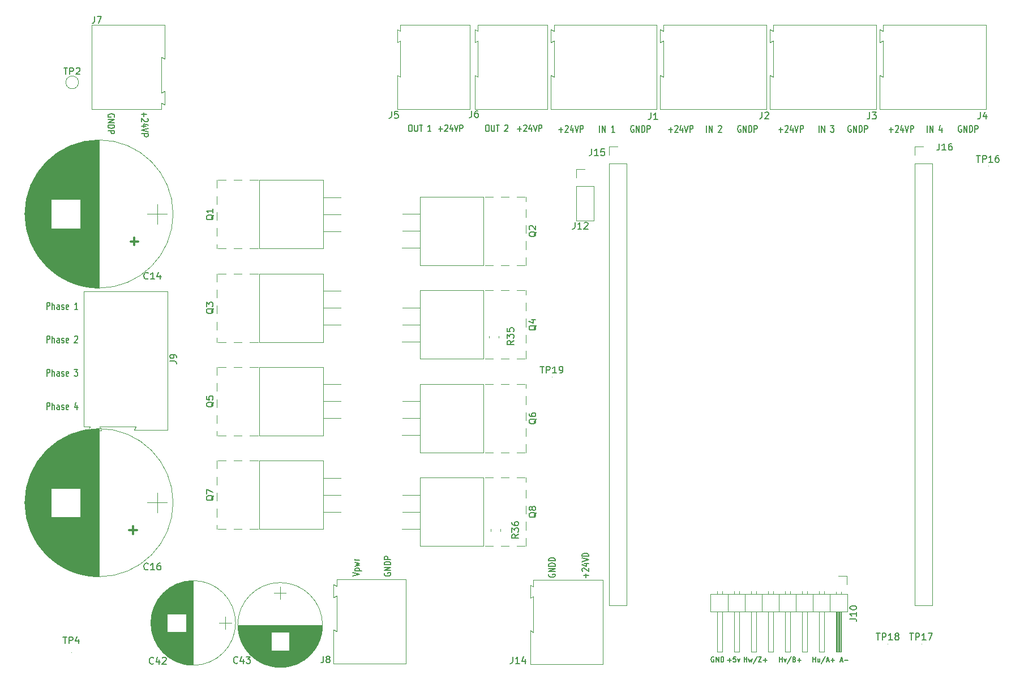
<source format=gbr>
G04 #@! TF.FileFunction,Legend,Top*
%FSLAX45Y45*%
G04 Gerber Fmt 4.5, Leading zero omitted, Abs format (unit mm)*
G04 Created by KiCad (PCBNEW 4.0.7-e2-6376~58~ubuntu16.04.1) date Tue Mar 13 11:39:50 2018*
%MOMM*%
%LPD*%
G01*
G04 APERTURE LIST*
%ADD10C,0.100000*%
%ADD11C,0.300000*%
%ADD12C,0.150000*%
%ADD13C,0.120000*%
G04 APERTURE END LIST*
D10*
D11*
X8692857Y-14090714D02*
X8807143Y-14090714D01*
X8750000Y-14147857D02*
X8750000Y-14033571D01*
X8712857Y-9770714D02*
X8827143Y-9770714D01*
X8770000Y-9827857D02*
X8770000Y-9713571D01*
D12*
X19330000Y-16043333D02*
X19363333Y-16043333D01*
X19323333Y-16066190D02*
X19346667Y-15986190D01*
X19370000Y-16066190D01*
X19393333Y-16035714D02*
X19446667Y-16035714D01*
X20059048Y-8097143D02*
X20120000Y-8097143D01*
X20089524Y-8135238D02*
X20089524Y-8059048D01*
X20154286Y-8044762D02*
X20158095Y-8040000D01*
X20165714Y-8035238D01*
X20184762Y-8035238D01*
X20192381Y-8040000D01*
X20196191Y-8044762D01*
X20200000Y-8054286D01*
X20200000Y-8063809D01*
X20196191Y-8078095D01*
X20150476Y-8135238D01*
X20200000Y-8135238D01*
X20268571Y-8068571D02*
X20268571Y-8135238D01*
X20249524Y-8030476D02*
X20230476Y-8101905D01*
X20280000Y-8101905D01*
X20299048Y-8035238D02*
X20325714Y-8135238D01*
X20352381Y-8035238D01*
X20379048Y-8135238D02*
X20379048Y-8035238D01*
X20409524Y-8035238D01*
X20417143Y-8040000D01*
X20420952Y-8044762D01*
X20424762Y-8054286D01*
X20424762Y-8068571D01*
X20420952Y-8078095D01*
X20417143Y-8082857D01*
X20409524Y-8087619D01*
X20379048Y-8087619D01*
X21139048Y-8040000D02*
X21131429Y-8035238D01*
X21120000Y-8035238D01*
X21108572Y-8040000D01*
X21100952Y-8049524D01*
X21097143Y-8059048D01*
X21093333Y-8078095D01*
X21093333Y-8092381D01*
X21097143Y-8111429D01*
X21100952Y-8120952D01*
X21108572Y-8130476D01*
X21120000Y-8135238D01*
X21127619Y-8135238D01*
X21139048Y-8130476D01*
X21142857Y-8125714D01*
X21142857Y-8092381D01*
X21127619Y-8092381D01*
X21177143Y-8135238D02*
X21177143Y-8035238D01*
X21222857Y-8135238D01*
X21222857Y-8035238D01*
X21260952Y-8135238D02*
X21260952Y-8035238D01*
X21280000Y-8035238D01*
X21291429Y-8040000D01*
X21299048Y-8049524D01*
X21302857Y-8059048D01*
X21306667Y-8078095D01*
X21306667Y-8092381D01*
X21302857Y-8111429D01*
X21299048Y-8120952D01*
X21291429Y-8130476D01*
X21280000Y-8135238D01*
X21260952Y-8135238D01*
X21340952Y-8135238D02*
X21340952Y-8035238D01*
X21371429Y-8035238D01*
X21379048Y-8040000D01*
X21382857Y-8044762D01*
X21386667Y-8054286D01*
X21386667Y-8068571D01*
X21382857Y-8078095D01*
X21379048Y-8082857D01*
X21371429Y-8087619D01*
X21340952Y-8087619D01*
X19489048Y-8040000D02*
X19481429Y-8035238D01*
X19470000Y-8035238D01*
X19458572Y-8040000D01*
X19450952Y-8049524D01*
X19447143Y-8059048D01*
X19443333Y-8078095D01*
X19443333Y-8092381D01*
X19447143Y-8111429D01*
X19450952Y-8120952D01*
X19458572Y-8130476D01*
X19470000Y-8135238D01*
X19477619Y-8135238D01*
X19489048Y-8130476D01*
X19492857Y-8125714D01*
X19492857Y-8092381D01*
X19477619Y-8092381D01*
X19527143Y-8135238D02*
X19527143Y-8035238D01*
X19572857Y-8135238D01*
X19572857Y-8035238D01*
X19610952Y-8135238D02*
X19610952Y-8035238D01*
X19630000Y-8035238D01*
X19641429Y-8040000D01*
X19649048Y-8049524D01*
X19652857Y-8059048D01*
X19656667Y-8078095D01*
X19656667Y-8092381D01*
X19652857Y-8111429D01*
X19649048Y-8120952D01*
X19641429Y-8130476D01*
X19630000Y-8135238D01*
X19610952Y-8135238D01*
X19690952Y-8135238D02*
X19690952Y-8035238D01*
X19721429Y-8035238D01*
X19729048Y-8040000D01*
X19732857Y-8044762D01*
X19736667Y-8054286D01*
X19736667Y-8068571D01*
X19732857Y-8078095D01*
X19729048Y-8082857D01*
X19721429Y-8087619D01*
X19690952Y-8087619D01*
X18409048Y-8097143D02*
X18470000Y-8097143D01*
X18439524Y-8135238D02*
X18439524Y-8059048D01*
X18504286Y-8044762D02*
X18508095Y-8040000D01*
X18515714Y-8035238D01*
X18534762Y-8035238D01*
X18542381Y-8040000D01*
X18546191Y-8044762D01*
X18550000Y-8054286D01*
X18550000Y-8063809D01*
X18546191Y-8078095D01*
X18500476Y-8135238D01*
X18550000Y-8135238D01*
X18618571Y-8068571D02*
X18618571Y-8135238D01*
X18599524Y-8030476D02*
X18580476Y-8101905D01*
X18630000Y-8101905D01*
X18649048Y-8035238D02*
X18675714Y-8135238D01*
X18702381Y-8035238D01*
X18729048Y-8135238D02*
X18729048Y-8035238D01*
X18759524Y-8035238D01*
X18767143Y-8040000D01*
X18770952Y-8044762D01*
X18774762Y-8054286D01*
X18774762Y-8068571D01*
X18770952Y-8078095D01*
X18767143Y-8082857D01*
X18759524Y-8087619D01*
X18729048Y-8087619D01*
X16759048Y-8097143D02*
X16820000Y-8097143D01*
X16789524Y-8135238D02*
X16789524Y-8059048D01*
X16854286Y-8044762D02*
X16858095Y-8040000D01*
X16865714Y-8035238D01*
X16884762Y-8035238D01*
X16892381Y-8040000D01*
X16896191Y-8044762D01*
X16900000Y-8054286D01*
X16900000Y-8063809D01*
X16896191Y-8078095D01*
X16850476Y-8135238D01*
X16900000Y-8135238D01*
X16968571Y-8068571D02*
X16968571Y-8135238D01*
X16949524Y-8030476D02*
X16930476Y-8101905D01*
X16980000Y-8101905D01*
X16999048Y-8035238D02*
X17025714Y-8135238D01*
X17052381Y-8035238D01*
X17079048Y-8135238D02*
X17079048Y-8035238D01*
X17109524Y-8035238D01*
X17117143Y-8040000D01*
X17120952Y-8044762D01*
X17124762Y-8054286D01*
X17124762Y-8068571D01*
X17120952Y-8078095D01*
X17117143Y-8082857D01*
X17109524Y-8087619D01*
X17079048Y-8087619D01*
X17839048Y-8040000D02*
X17831429Y-8035238D01*
X17820000Y-8035238D01*
X17808572Y-8040000D01*
X17800952Y-8049524D01*
X17797143Y-8059048D01*
X17793333Y-8078095D01*
X17793333Y-8092381D01*
X17797143Y-8111429D01*
X17800952Y-8120952D01*
X17808572Y-8130476D01*
X17820000Y-8135238D01*
X17827619Y-8135238D01*
X17839048Y-8130476D01*
X17842857Y-8125714D01*
X17842857Y-8092381D01*
X17827619Y-8092381D01*
X17877143Y-8135238D02*
X17877143Y-8035238D01*
X17922857Y-8135238D01*
X17922857Y-8035238D01*
X17960952Y-8135238D02*
X17960952Y-8035238D01*
X17980000Y-8035238D01*
X17991429Y-8040000D01*
X17999048Y-8049524D01*
X18002857Y-8059048D01*
X18006667Y-8078095D01*
X18006667Y-8092381D01*
X18002857Y-8111429D01*
X17999048Y-8120952D01*
X17991429Y-8130476D01*
X17980000Y-8135238D01*
X17960952Y-8135238D01*
X18040952Y-8135238D02*
X18040952Y-8035238D01*
X18071429Y-8035238D01*
X18079048Y-8040000D01*
X18082857Y-8044762D01*
X18086667Y-8054286D01*
X18086667Y-8068571D01*
X18082857Y-8078095D01*
X18079048Y-8082857D01*
X18071429Y-8087619D01*
X18040952Y-8087619D01*
X16239048Y-8040000D02*
X16231429Y-8035238D01*
X16220000Y-8035238D01*
X16208571Y-8040000D01*
X16200952Y-8049524D01*
X16197143Y-8059048D01*
X16193333Y-8078095D01*
X16193333Y-8092381D01*
X16197143Y-8111429D01*
X16200952Y-8120952D01*
X16208571Y-8130476D01*
X16220000Y-8135238D01*
X16227619Y-8135238D01*
X16239048Y-8130476D01*
X16242857Y-8125714D01*
X16242857Y-8092381D01*
X16227619Y-8092381D01*
X16277143Y-8135238D02*
X16277143Y-8035238D01*
X16322857Y-8135238D01*
X16322857Y-8035238D01*
X16360952Y-8135238D02*
X16360952Y-8035238D01*
X16380000Y-8035238D01*
X16391429Y-8040000D01*
X16399048Y-8049524D01*
X16402857Y-8059048D01*
X16406667Y-8078095D01*
X16406667Y-8092381D01*
X16402857Y-8111429D01*
X16399048Y-8120952D01*
X16391429Y-8130476D01*
X16380000Y-8135238D01*
X16360952Y-8135238D01*
X16440952Y-8135238D02*
X16440952Y-8035238D01*
X16471429Y-8035238D01*
X16479048Y-8040000D01*
X16482857Y-8044762D01*
X16486667Y-8054286D01*
X16486667Y-8068571D01*
X16482857Y-8078095D01*
X16479048Y-8082857D01*
X16471429Y-8087619D01*
X16440952Y-8087619D01*
X15119048Y-8097143D02*
X15180000Y-8097143D01*
X15149524Y-8135238D02*
X15149524Y-8059048D01*
X15214286Y-8044762D02*
X15218095Y-8040000D01*
X15225714Y-8035238D01*
X15244762Y-8035238D01*
X15252381Y-8040000D01*
X15256190Y-8044762D01*
X15260000Y-8054286D01*
X15260000Y-8063809D01*
X15256190Y-8078095D01*
X15210476Y-8135238D01*
X15260000Y-8135238D01*
X15328571Y-8068571D02*
X15328571Y-8135238D01*
X15309524Y-8030476D02*
X15290476Y-8101905D01*
X15340000Y-8101905D01*
X15359048Y-8035238D02*
X15385714Y-8135238D01*
X15412381Y-8035238D01*
X15439048Y-8135238D02*
X15439048Y-8035238D01*
X15469524Y-8035238D01*
X15477143Y-8040000D01*
X15480952Y-8044762D01*
X15484762Y-8054286D01*
X15484762Y-8068571D01*
X15480952Y-8078095D01*
X15477143Y-8082857D01*
X15469524Y-8087619D01*
X15439048Y-8087619D01*
X14499048Y-8087143D02*
X14560000Y-8087143D01*
X14529524Y-8125238D02*
X14529524Y-8049048D01*
X14594286Y-8034762D02*
X14598095Y-8030000D01*
X14605714Y-8025238D01*
X14624762Y-8025238D01*
X14632381Y-8030000D01*
X14636190Y-8034762D01*
X14640000Y-8044286D01*
X14640000Y-8053809D01*
X14636190Y-8068095D01*
X14590476Y-8125238D01*
X14640000Y-8125238D01*
X14708571Y-8058571D02*
X14708571Y-8125238D01*
X14689524Y-8020476D02*
X14670476Y-8091905D01*
X14720000Y-8091905D01*
X14739048Y-8025238D02*
X14765714Y-8125238D01*
X14792381Y-8025238D01*
X14819048Y-8125238D02*
X14819048Y-8025238D01*
X14849524Y-8025238D01*
X14857143Y-8030000D01*
X14860952Y-8034762D01*
X14864762Y-8044286D01*
X14864762Y-8058571D01*
X14860952Y-8068095D01*
X14857143Y-8072857D01*
X14849524Y-8077619D01*
X14819048Y-8077619D01*
X13319048Y-8087143D02*
X13380000Y-8087143D01*
X13349524Y-8125238D02*
X13349524Y-8049048D01*
X13414286Y-8034762D02*
X13418095Y-8030000D01*
X13425714Y-8025238D01*
X13444762Y-8025238D01*
X13452381Y-8030000D01*
X13456190Y-8034762D01*
X13460000Y-8044286D01*
X13460000Y-8053809D01*
X13456190Y-8068095D01*
X13410476Y-8125238D01*
X13460000Y-8125238D01*
X13528571Y-8058571D02*
X13528571Y-8125238D01*
X13509524Y-8020476D02*
X13490476Y-8091905D01*
X13540000Y-8091905D01*
X13559048Y-8025238D02*
X13585714Y-8125238D01*
X13612381Y-8025238D01*
X13639048Y-8125238D02*
X13639048Y-8025238D01*
X13669524Y-8025238D01*
X13677143Y-8030000D01*
X13680952Y-8034762D01*
X13684762Y-8044286D01*
X13684762Y-8058571D01*
X13680952Y-8068095D01*
X13677143Y-8072857D01*
X13669524Y-8077619D01*
X13639048Y-8077619D01*
X8470000Y-7909048D02*
X8474762Y-7901429D01*
X8474762Y-7890000D01*
X8470000Y-7878571D01*
X8460476Y-7870952D01*
X8450952Y-7867143D01*
X8431905Y-7863333D01*
X8417619Y-7863333D01*
X8398571Y-7867143D01*
X8389048Y-7870952D01*
X8379524Y-7878571D01*
X8374762Y-7890000D01*
X8374762Y-7897619D01*
X8379524Y-7909048D01*
X8384286Y-7912857D01*
X8417619Y-7912857D01*
X8417619Y-7897619D01*
X8374762Y-7947143D02*
X8474762Y-7947143D01*
X8374762Y-7992857D01*
X8474762Y-7992857D01*
X8374762Y-8030952D02*
X8474762Y-8030952D01*
X8474762Y-8050000D01*
X8470000Y-8061429D01*
X8460476Y-8069048D01*
X8450952Y-8072857D01*
X8431905Y-8076667D01*
X8417619Y-8076667D01*
X8398571Y-8072857D01*
X8389048Y-8069048D01*
X8379524Y-8061429D01*
X8374762Y-8050000D01*
X8374762Y-8030952D01*
X8374762Y-8110952D02*
X8474762Y-8110952D01*
X8474762Y-8141429D01*
X8470000Y-8149048D01*
X8465238Y-8152857D01*
X8455714Y-8156667D01*
X8441429Y-8156667D01*
X8431905Y-8152857D01*
X8427143Y-8149048D01*
X8422381Y-8141429D01*
X8422381Y-8110952D01*
X8912857Y-7839048D02*
X8912857Y-7900000D01*
X8874762Y-7869524D02*
X8950952Y-7869524D01*
X8965238Y-7934286D02*
X8970000Y-7938095D01*
X8974762Y-7945714D01*
X8974762Y-7964762D01*
X8970000Y-7972381D01*
X8965238Y-7976190D01*
X8955714Y-7980000D01*
X8946191Y-7980000D01*
X8931905Y-7976190D01*
X8874762Y-7930476D01*
X8874762Y-7980000D01*
X8941429Y-8048571D02*
X8874762Y-8048571D01*
X8979524Y-8029524D02*
X8908095Y-8010476D01*
X8908095Y-8060000D01*
X8974762Y-8079048D02*
X8874762Y-8105714D01*
X8974762Y-8132381D01*
X8874762Y-8159048D02*
X8974762Y-8159048D01*
X8974762Y-8189524D01*
X8970000Y-8197143D01*
X8965238Y-8200952D01*
X8955714Y-8204762D01*
X8941429Y-8204762D01*
X8931905Y-8200952D01*
X8927143Y-8197143D01*
X8922381Y-8189524D01*
X8922381Y-8159048D01*
X7461428Y-12285238D02*
X7461428Y-12185238D01*
X7491905Y-12185238D01*
X7499524Y-12190000D01*
X7503333Y-12194762D01*
X7507143Y-12204286D01*
X7507143Y-12218571D01*
X7503333Y-12228095D01*
X7499524Y-12232857D01*
X7491905Y-12237619D01*
X7461428Y-12237619D01*
X7541428Y-12285238D02*
X7541428Y-12185238D01*
X7575714Y-12285238D02*
X7575714Y-12232857D01*
X7571905Y-12223333D01*
X7564286Y-12218571D01*
X7552857Y-12218571D01*
X7545238Y-12223333D01*
X7541428Y-12228095D01*
X7648095Y-12285238D02*
X7648095Y-12232857D01*
X7644286Y-12223333D01*
X7636667Y-12218571D01*
X7621429Y-12218571D01*
X7613809Y-12223333D01*
X7648095Y-12280476D02*
X7640476Y-12285238D01*
X7621429Y-12285238D01*
X7613809Y-12280476D01*
X7610000Y-12270952D01*
X7610000Y-12261429D01*
X7613809Y-12251905D01*
X7621429Y-12247143D01*
X7640476Y-12247143D01*
X7648095Y-12242381D01*
X7682381Y-12280476D02*
X7690000Y-12285238D01*
X7705238Y-12285238D01*
X7712857Y-12280476D01*
X7716667Y-12270952D01*
X7716667Y-12266190D01*
X7712857Y-12256667D01*
X7705238Y-12251905D01*
X7693810Y-12251905D01*
X7686190Y-12247143D01*
X7682381Y-12237619D01*
X7682381Y-12232857D01*
X7686190Y-12223333D01*
X7693810Y-12218571D01*
X7705238Y-12218571D01*
X7712857Y-12223333D01*
X7781429Y-12280476D02*
X7773810Y-12285238D01*
X7758571Y-12285238D01*
X7750952Y-12280476D01*
X7747143Y-12270952D01*
X7747143Y-12232857D01*
X7750952Y-12223333D01*
X7758571Y-12218571D01*
X7773810Y-12218571D01*
X7781429Y-12223333D01*
X7785238Y-12232857D01*
X7785238Y-12242381D01*
X7747143Y-12251905D01*
X7914762Y-12218571D02*
X7914762Y-12285238D01*
X7895714Y-12180476D02*
X7876667Y-12251905D01*
X7926190Y-12251905D01*
X7461428Y-11785238D02*
X7461428Y-11685238D01*
X7491905Y-11685238D01*
X7499524Y-11690000D01*
X7503333Y-11694762D01*
X7507143Y-11704286D01*
X7507143Y-11718571D01*
X7503333Y-11728095D01*
X7499524Y-11732857D01*
X7491905Y-11737619D01*
X7461428Y-11737619D01*
X7541428Y-11785238D02*
X7541428Y-11685238D01*
X7575714Y-11785238D02*
X7575714Y-11732857D01*
X7571905Y-11723333D01*
X7564286Y-11718571D01*
X7552857Y-11718571D01*
X7545238Y-11723333D01*
X7541428Y-11728095D01*
X7648095Y-11785238D02*
X7648095Y-11732857D01*
X7644286Y-11723333D01*
X7636667Y-11718571D01*
X7621429Y-11718571D01*
X7613809Y-11723333D01*
X7648095Y-11780476D02*
X7640476Y-11785238D01*
X7621429Y-11785238D01*
X7613809Y-11780476D01*
X7610000Y-11770952D01*
X7610000Y-11761429D01*
X7613809Y-11751905D01*
X7621429Y-11747143D01*
X7640476Y-11747143D01*
X7648095Y-11742381D01*
X7682381Y-11780476D02*
X7690000Y-11785238D01*
X7705238Y-11785238D01*
X7712857Y-11780476D01*
X7716667Y-11770952D01*
X7716667Y-11766190D01*
X7712857Y-11756667D01*
X7705238Y-11751905D01*
X7693810Y-11751905D01*
X7686190Y-11747143D01*
X7682381Y-11737619D01*
X7682381Y-11732857D01*
X7686190Y-11723333D01*
X7693810Y-11718571D01*
X7705238Y-11718571D01*
X7712857Y-11723333D01*
X7781429Y-11780476D02*
X7773810Y-11785238D01*
X7758571Y-11785238D01*
X7750952Y-11780476D01*
X7747143Y-11770952D01*
X7747143Y-11732857D01*
X7750952Y-11723333D01*
X7758571Y-11718571D01*
X7773810Y-11718571D01*
X7781429Y-11723333D01*
X7785238Y-11732857D01*
X7785238Y-11742381D01*
X7747143Y-11751905D01*
X7872857Y-11685238D02*
X7922381Y-11685238D01*
X7895714Y-11723333D01*
X7907143Y-11723333D01*
X7914762Y-11728095D01*
X7918571Y-11732857D01*
X7922381Y-11742381D01*
X7922381Y-11766190D01*
X7918571Y-11775714D01*
X7914762Y-11780476D01*
X7907143Y-11785238D01*
X7884286Y-11785238D01*
X7876667Y-11780476D01*
X7872857Y-11775714D01*
X7461428Y-11285238D02*
X7461428Y-11185238D01*
X7491905Y-11185238D01*
X7499524Y-11190000D01*
X7503333Y-11194762D01*
X7507143Y-11204286D01*
X7507143Y-11218571D01*
X7503333Y-11228095D01*
X7499524Y-11232857D01*
X7491905Y-11237619D01*
X7461428Y-11237619D01*
X7541428Y-11285238D02*
X7541428Y-11185238D01*
X7575714Y-11285238D02*
X7575714Y-11232857D01*
X7571905Y-11223333D01*
X7564286Y-11218571D01*
X7552857Y-11218571D01*
X7545238Y-11223333D01*
X7541428Y-11228095D01*
X7648095Y-11285238D02*
X7648095Y-11232857D01*
X7644286Y-11223333D01*
X7636667Y-11218571D01*
X7621429Y-11218571D01*
X7613809Y-11223333D01*
X7648095Y-11280476D02*
X7640476Y-11285238D01*
X7621429Y-11285238D01*
X7613809Y-11280476D01*
X7610000Y-11270952D01*
X7610000Y-11261429D01*
X7613809Y-11251905D01*
X7621429Y-11247143D01*
X7640476Y-11247143D01*
X7648095Y-11242381D01*
X7682381Y-11280476D02*
X7690000Y-11285238D01*
X7705238Y-11285238D01*
X7712857Y-11280476D01*
X7716667Y-11270952D01*
X7716667Y-11266190D01*
X7712857Y-11256667D01*
X7705238Y-11251905D01*
X7693810Y-11251905D01*
X7686190Y-11247143D01*
X7682381Y-11237619D01*
X7682381Y-11232857D01*
X7686190Y-11223333D01*
X7693810Y-11218571D01*
X7705238Y-11218571D01*
X7712857Y-11223333D01*
X7781429Y-11280476D02*
X7773810Y-11285238D01*
X7758571Y-11285238D01*
X7750952Y-11280476D01*
X7747143Y-11270952D01*
X7747143Y-11232857D01*
X7750952Y-11223333D01*
X7758571Y-11218571D01*
X7773810Y-11218571D01*
X7781429Y-11223333D01*
X7785238Y-11232857D01*
X7785238Y-11242381D01*
X7747143Y-11251905D01*
X7876667Y-11194762D02*
X7880476Y-11190000D01*
X7888095Y-11185238D01*
X7907143Y-11185238D01*
X7914762Y-11190000D01*
X7918571Y-11194762D01*
X7922381Y-11204286D01*
X7922381Y-11213809D01*
X7918571Y-11228095D01*
X7872857Y-11285238D01*
X7922381Y-11285238D01*
X7461428Y-10785238D02*
X7461428Y-10685238D01*
X7491905Y-10685238D01*
X7499524Y-10690000D01*
X7503333Y-10694762D01*
X7507143Y-10704286D01*
X7507143Y-10718571D01*
X7503333Y-10728095D01*
X7499524Y-10732857D01*
X7491905Y-10737619D01*
X7461428Y-10737619D01*
X7541428Y-10785238D02*
X7541428Y-10685238D01*
X7575714Y-10785238D02*
X7575714Y-10732857D01*
X7571905Y-10723333D01*
X7564286Y-10718571D01*
X7552857Y-10718571D01*
X7545238Y-10723333D01*
X7541428Y-10728095D01*
X7648095Y-10785238D02*
X7648095Y-10732857D01*
X7644286Y-10723333D01*
X7636667Y-10718571D01*
X7621429Y-10718571D01*
X7613809Y-10723333D01*
X7648095Y-10780476D02*
X7640476Y-10785238D01*
X7621429Y-10785238D01*
X7613809Y-10780476D01*
X7610000Y-10770952D01*
X7610000Y-10761429D01*
X7613809Y-10751905D01*
X7621429Y-10747143D01*
X7640476Y-10747143D01*
X7648095Y-10742381D01*
X7682381Y-10780476D02*
X7690000Y-10785238D01*
X7705238Y-10785238D01*
X7712857Y-10780476D01*
X7716667Y-10770952D01*
X7716667Y-10766191D01*
X7712857Y-10756667D01*
X7705238Y-10751905D01*
X7693810Y-10751905D01*
X7686190Y-10747143D01*
X7682381Y-10737619D01*
X7682381Y-10732857D01*
X7686190Y-10723333D01*
X7693810Y-10718571D01*
X7705238Y-10718571D01*
X7712857Y-10723333D01*
X7781429Y-10780476D02*
X7773810Y-10785238D01*
X7758571Y-10785238D01*
X7750952Y-10780476D01*
X7747143Y-10770952D01*
X7747143Y-10732857D01*
X7750952Y-10723333D01*
X7758571Y-10718571D01*
X7773810Y-10718571D01*
X7781429Y-10723333D01*
X7785238Y-10732857D01*
X7785238Y-10742381D01*
X7747143Y-10751905D01*
X7922381Y-10785238D02*
X7876667Y-10785238D01*
X7899524Y-10785238D02*
X7899524Y-10685238D01*
X7891905Y-10699524D01*
X7884286Y-10709048D01*
X7876667Y-10713810D01*
X20629524Y-8135238D02*
X20629524Y-8035238D01*
X20667619Y-8135238D02*
X20667619Y-8035238D01*
X20713333Y-8135238D01*
X20713333Y-8035238D01*
X20846667Y-8068571D02*
X20846667Y-8135238D01*
X20827619Y-8030476D02*
X20808571Y-8101905D01*
X20858095Y-8101905D01*
X19009524Y-8135238D02*
X19009524Y-8035238D01*
X19047619Y-8135238D02*
X19047619Y-8035238D01*
X19093333Y-8135238D01*
X19093333Y-8035238D01*
X19184762Y-8035238D02*
X19234286Y-8035238D01*
X19207619Y-8073333D01*
X19219048Y-8073333D01*
X19226667Y-8078095D01*
X19230476Y-8082857D01*
X19234286Y-8092381D01*
X19234286Y-8116190D01*
X19230476Y-8125714D01*
X19226667Y-8130476D01*
X19219048Y-8135238D01*
X19196190Y-8135238D01*
X19188571Y-8130476D01*
X19184762Y-8125714D01*
X17329524Y-8135238D02*
X17329524Y-8035238D01*
X17367619Y-8135238D02*
X17367619Y-8035238D01*
X17413333Y-8135238D01*
X17413333Y-8035238D01*
X17508571Y-8044762D02*
X17512381Y-8040000D01*
X17520000Y-8035238D01*
X17539048Y-8035238D01*
X17546667Y-8040000D01*
X17550476Y-8044762D01*
X17554286Y-8054286D01*
X17554286Y-8063809D01*
X17550476Y-8078095D01*
X17504762Y-8135238D01*
X17554286Y-8135238D01*
X15729524Y-8135238D02*
X15729524Y-8035238D01*
X15767619Y-8135238D02*
X15767619Y-8035238D01*
X15813333Y-8135238D01*
X15813333Y-8035238D01*
X15954286Y-8135238D02*
X15908571Y-8135238D01*
X15931428Y-8135238D02*
X15931428Y-8035238D01*
X15923809Y-8049524D01*
X15916190Y-8059048D01*
X15908571Y-8063809D01*
X14041429Y-8025238D02*
X14056667Y-8025238D01*
X14064286Y-8030000D01*
X14071905Y-8039524D01*
X14075714Y-8058571D01*
X14075714Y-8091905D01*
X14071905Y-8110952D01*
X14064286Y-8120476D01*
X14056667Y-8125238D01*
X14041429Y-8125238D01*
X14033810Y-8120476D01*
X14026190Y-8110952D01*
X14022381Y-8091905D01*
X14022381Y-8058571D01*
X14026190Y-8039524D01*
X14033810Y-8030000D01*
X14041429Y-8025238D01*
X14110000Y-8025238D02*
X14110000Y-8106190D01*
X14113809Y-8115714D01*
X14117619Y-8120476D01*
X14125238Y-8125238D01*
X14140476Y-8125238D01*
X14148095Y-8120476D01*
X14151905Y-8115714D01*
X14155714Y-8106190D01*
X14155714Y-8025238D01*
X14182381Y-8025238D02*
X14228095Y-8025238D01*
X14205238Y-8125238D02*
X14205238Y-8025238D01*
X14311905Y-8034762D02*
X14315714Y-8030000D01*
X14323333Y-8025238D01*
X14342381Y-8025238D01*
X14350000Y-8030000D01*
X14353810Y-8034762D01*
X14357619Y-8044286D01*
X14357619Y-8053809D01*
X14353810Y-8068095D01*
X14308095Y-8125238D01*
X14357619Y-8125238D01*
X12891429Y-8025238D02*
X12906667Y-8025238D01*
X12914286Y-8030000D01*
X12921905Y-8039524D01*
X12925714Y-8058571D01*
X12925714Y-8091905D01*
X12921905Y-8110952D01*
X12914286Y-8120476D01*
X12906667Y-8125238D01*
X12891429Y-8125238D01*
X12883810Y-8120476D01*
X12876190Y-8110952D01*
X12872381Y-8091905D01*
X12872381Y-8058571D01*
X12876190Y-8039524D01*
X12883810Y-8030000D01*
X12891429Y-8025238D01*
X12960000Y-8025238D02*
X12960000Y-8106190D01*
X12963809Y-8115714D01*
X12967619Y-8120476D01*
X12975238Y-8125238D01*
X12990476Y-8125238D01*
X12998095Y-8120476D01*
X13001905Y-8115714D01*
X13005714Y-8106190D01*
X13005714Y-8025238D01*
X13032381Y-8025238D02*
X13078095Y-8025238D01*
X13055238Y-8125238D02*
X13055238Y-8025238D01*
X13207619Y-8125238D02*
X13161905Y-8125238D01*
X13184762Y-8125238D02*
X13184762Y-8025238D01*
X13177143Y-8039524D01*
X13169524Y-8049048D01*
X13161905Y-8053809D01*
X12510000Y-14730952D02*
X12505238Y-14738571D01*
X12505238Y-14750000D01*
X12510000Y-14761428D01*
X12519524Y-14769048D01*
X12529048Y-14772857D01*
X12548095Y-14776667D01*
X12562381Y-14776667D01*
X12581429Y-14772857D01*
X12590952Y-14769048D01*
X12600476Y-14761428D01*
X12605238Y-14750000D01*
X12605238Y-14742381D01*
X12600476Y-14730952D01*
X12595714Y-14727143D01*
X12562381Y-14727143D01*
X12562381Y-14742381D01*
X12605238Y-14692857D02*
X12505238Y-14692857D01*
X12605238Y-14647143D01*
X12505238Y-14647143D01*
X12605238Y-14609048D02*
X12505238Y-14609048D01*
X12505238Y-14590000D01*
X12510000Y-14578571D01*
X12519524Y-14570952D01*
X12529048Y-14567143D01*
X12548095Y-14563333D01*
X12562381Y-14563333D01*
X12581429Y-14567143D01*
X12590952Y-14570952D01*
X12600476Y-14578571D01*
X12605238Y-14590000D01*
X12605238Y-14609048D01*
X12605238Y-14529048D02*
X12505238Y-14529048D01*
X12505238Y-14498571D01*
X12510000Y-14490952D01*
X12514762Y-14487143D01*
X12524286Y-14483333D01*
X12538571Y-14483333D01*
X12548095Y-14487143D01*
X12552857Y-14490952D01*
X12557619Y-14498571D01*
X12557619Y-14529048D01*
X12035238Y-14779524D02*
X12135238Y-14752857D01*
X12035238Y-14726190D01*
X12068571Y-14699524D02*
X12168571Y-14699524D01*
X12073333Y-14699524D02*
X12068571Y-14691905D01*
X12068571Y-14676667D01*
X12073333Y-14669048D01*
X12078095Y-14665238D01*
X12087619Y-14661428D01*
X12116190Y-14661428D01*
X12125714Y-14665238D01*
X12130476Y-14669048D01*
X12135238Y-14676667D01*
X12135238Y-14691905D01*
X12130476Y-14699524D01*
X12068571Y-14634762D02*
X12135238Y-14619524D01*
X12087619Y-14604286D01*
X12135238Y-14589047D01*
X12068571Y-14573809D01*
X12135238Y-14543333D02*
X12068571Y-14543333D01*
X12087619Y-14543333D02*
X12078095Y-14539524D01*
X12073333Y-14535714D01*
X12068571Y-14528095D01*
X12068571Y-14520476D01*
X14970000Y-14750952D02*
X14965238Y-14758571D01*
X14965238Y-14770000D01*
X14970000Y-14781428D01*
X14979524Y-14789048D01*
X14989048Y-14792857D01*
X15008095Y-14796667D01*
X15022381Y-14796667D01*
X15041429Y-14792857D01*
X15050952Y-14789048D01*
X15060476Y-14781428D01*
X15065238Y-14770000D01*
X15065238Y-14762381D01*
X15060476Y-14750952D01*
X15055714Y-14747143D01*
X15022381Y-14747143D01*
X15022381Y-14762381D01*
X15065238Y-14712857D02*
X14965238Y-14712857D01*
X15065238Y-14667143D01*
X14965238Y-14667143D01*
X15065238Y-14629048D02*
X14965238Y-14629048D01*
X14965238Y-14610000D01*
X14970000Y-14598571D01*
X14979524Y-14590952D01*
X14989048Y-14587143D01*
X15008095Y-14583333D01*
X15022381Y-14583333D01*
X15041429Y-14587143D01*
X15050952Y-14590952D01*
X15060476Y-14598571D01*
X15065238Y-14610000D01*
X15065238Y-14629048D01*
X15065238Y-14549048D02*
X14965238Y-14549048D01*
X14965238Y-14530000D01*
X14970000Y-14518571D01*
X14979524Y-14510952D01*
X14989048Y-14507143D01*
X15008095Y-14503333D01*
X15022381Y-14503333D01*
X15041429Y-14507143D01*
X15050952Y-14510952D01*
X15060476Y-14518571D01*
X15065238Y-14530000D01*
X15065238Y-14549048D01*
X15527143Y-14800952D02*
X15527143Y-14740000D01*
X15565238Y-14770476D02*
X15489048Y-14770476D01*
X15474762Y-14705714D02*
X15470000Y-14701905D01*
X15465238Y-14694286D01*
X15465238Y-14675238D01*
X15470000Y-14667619D01*
X15474762Y-14663809D01*
X15484286Y-14660000D01*
X15493809Y-14660000D01*
X15508095Y-14663809D01*
X15565238Y-14709524D01*
X15565238Y-14660000D01*
X15498571Y-14591429D02*
X15565238Y-14591429D01*
X15460476Y-14610476D02*
X15531905Y-14629524D01*
X15531905Y-14580000D01*
X15465238Y-14560952D02*
X15565238Y-14534286D01*
X15465238Y-14507619D01*
X15565238Y-14480952D02*
X15465238Y-14480952D01*
X15465238Y-14461905D01*
X15470000Y-14450476D01*
X15479524Y-14442857D01*
X15489048Y-14439048D01*
X15508095Y-14435238D01*
X15522381Y-14435238D01*
X15541429Y-14439048D01*
X15550952Y-14442857D01*
X15560476Y-14450476D01*
X15565238Y-14461905D01*
X15565238Y-14480952D01*
X17436667Y-15990000D02*
X17430000Y-15986190D01*
X17420000Y-15986190D01*
X17410000Y-15990000D01*
X17403333Y-15997619D01*
X17400000Y-16005238D01*
X17396667Y-16020476D01*
X17396667Y-16031905D01*
X17400000Y-16047143D01*
X17403333Y-16054762D01*
X17410000Y-16062381D01*
X17420000Y-16066190D01*
X17426667Y-16066190D01*
X17436667Y-16062381D01*
X17440000Y-16058571D01*
X17440000Y-16031905D01*
X17426667Y-16031905D01*
X17470000Y-16066190D02*
X17470000Y-15986190D01*
X17510000Y-16066190D01*
X17510000Y-15986190D01*
X17543333Y-16066190D02*
X17543333Y-15986190D01*
X17560000Y-15986190D01*
X17570000Y-15990000D01*
X17576667Y-15997619D01*
X17580000Y-16005238D01*
X17583333Y-16020476D01*
X17583333Y-16031905D01*
X17580000Y-16047143D01*
X17576667Y-16054762D01*
X17570000Y-16062381D01*
X17560000Y-16066190D01*
X17543333Y-16066190D01*
X17643333Y-16035714D02*
X17696667Y-16035714D01*
X17670000Y-16066190D02*
X17670000Y-16005238D01*
X17763333Y-15986190D02*
X17730000Y-15986190D01*
X17726667Y-16024286D01*
X17730000Y-16020476D01*
X17736667Y-16016667D01*
X17753333Y-16016667D01*
X17760000Y-16020476D01*
X17763333Y-16024286D01*
X17766667Y-16031905D01*
X17766667Y-16050952D01*
X17763333Y-16058571D01*
X17760000Y-16062381D01*
X17753333Y-16066190D01*
X17736667Y-16066190D01*
X17730000Y-16062381D01*
X17726667Y-16058571D01*
X17790000Y-16012857D02*
X17806667Y-16066190D01*
X17823333Y-16012857D01*
X18918333Y-16066190D02*
X18918333Y-15986190D01*
X18918333Y-16024286D02*
X18958333Y-16024286D01*
X18958333Y-16066190D02*
X18958333Y-15986190D01*
X19021667Y-16012857D02*
X19021667Y-16066190D01*
X18991667Y-16012857D02*
X18991667Y-16054762D01*
X18995000Y-16062381D01*
X19001667Y-16066190D01*
X19011667Y-16066190D01*
X19018333Y-16062381D01*
X19021667Y-16058571D01*
X19105000Y-15982381D02*
X19045000Y-16085238D01*
X19125000Y-16043333D02*
X19158333Y-16043333D01*
X19118333Y-16066190D02*
X19141667Y-15986190D01*
X19165000Y-16066190D01*
X19188333Y-16035714D02*
X19241667Y-16035714D01*
X19215000Y-16066190D02*
X19215000Y-16005238D01*
X18418333Y-16066190D02*
X18418333Y-15986190D01*
X18418333Y-16024286D02*
X18458333Y-16024286D01*
X18458333Y-16066190D02*
X18458333Y-15986190D01*
X18485000Y-16012857D02*
X18501667Y-16066190D01*
X18518333Y-16012857D01*
X18595000Y-15982381D02*
X18535000Y-16085238D01*
X18641667Y-16024286D02*
X18651667Y-16028095D01*
X18655000Y-16031905D01*
X18658333Y-16039524D01*
X18658333Y-16050952D01*
X18655000Y-16058571D01*
X18651667Y-16062381D01*
X18645000Y-16066190D01*
X18618333Y-16066190D01*
X18618333Y-15986190D01*
X18641667Y-15986190D01*
X18648333Y-15990000D01*
X18651667Y-15993809D01*
X18655000Y-16001429D01*
X18655000Y-16009048D01*
X18651667Y-16016667D01*
X18648333Y-16020476D01*
X18641667Y-16024286D01*
X18618333Y-16024286D01*
X18688333Y-16035714D02*
X18741667Y-16035714D01*
X18715000Y-16066190D02*
X18715000Y-16005238D01*
X17890000Y-16066190D02*
X17890000Y-15986190D01*
X17890000Y-16024286D02*
X17930000Y-16024286D01*
X17930000Y-16066190D02*
X17930000Y-15986190D01*
X17956667Y-16012857D02*
X17970000Y-16066190D01*
X17983333Y-16028095D01*
X17996667Y-16066190D01*
X18010000Y-16012857D01*
X18086667Y-15982381D02*
X18026667Y-16085238D01*
X18103333Y-15986190D02*
X18150000Y-15986190D01*
X18103333Y-16066190D01*
X18150000Y-16066190D01*
X18176667Y-16035714D02*
X18230000Y-16035714D01*
X18203333Y-16066190D02*
X18203333Y-16005238D01*
D10*
X21540000Y-8640000D02*
G75*
G03X21540000Y-8640000I0J0D01*
G01*
D13*
X19433000Y-15044000D02*
X17389000Y-15044000D01*
X17389000Y-15044000D02*
X17389000Y-15310000D01*
X17389000Y-15310000D02*
X19433000Y-15310000D01*
X19433000Y-15310000D02*
X19433000Y-15044000D01*
X19338000Y-15310000D02*
X19338000Y-15910000D01*
X19338000Y-15910000D02*
X19262000Y-15910000D01*
X19262000Y-15910000D02*
X19262000Y-15310000D01*
X19332000Y-15310000D02*
X19332000Y-15910000D01*
X19320000Y-15310000D02*
X19320000Y-15910000D01*
X19308000Y-15310000D02*
X19308000Y-15910000D01*
X19296000Y-15310000D02*
X19296000Y-15910000D01*
X19284000Y-15310000D02*
X19284000Y-15910000D01*
X19272000Y-15310000D02*
X19272000Y-15910000D01*
X19338000Y-15011000D02*
X19338000Y-15044000D01*
X19262000Y-15011000D02*
X19262000Y-15044000D01*
X19173000Y-15044000D02*
X19173000Y-15310000D01*
X19084000Y-15310000D02*
X19084000Y-15910000D01*
X19084000Y-15910000D02*
X19008000Y-15910000D01*
X19008000Y-15910000D02*
X19008000Y-15310000D01*
X19084000Y-15004293D02*
X19084000Y-15044000D01*
X19008000Y-15004293D02*
X19008000Y-15044000D01*
X18919000Y-15044000D02*
X18919000Y-15310000D01*
X18830000Y-15310000D02*
X18830000Y-15910000D01*
X18830000Y-15910000D02*
X18754000Y-15910000D01*
X18754000Y-15910000D02*
X18754000Y-15310000D01*
X18830000Y-15004293D02*
X18830000Y-15044000D01*
X18754000Y-15004293D02*
X18754000Y-15044000D01*
X18665000Y-15044000D02*
X18665000Y-15310000D01*
X18576000Y-15310000D02*
X18576000Y-15910000D01*
X18576000Y-15910000D02*
X18500000Y-15910000D01*
X18500000Y-15910000D02*
X18500000Y-15310000D01*
X18576000Y-15004293D02*
X18576000Y-15044000D01*
X18500000Y-15004293D02*
X18500000Y-15044000D01*
X18411000Y-15044000D02*
X18411000Y-15310000D01*
X18322000Y-15310000D02*
X18322000Y-15910000D01*
X18322000Y-15910000D02*
X18246000Y-15910000D01*
X18246000Y-15910000D02*
X18246000Y-15310000D01*
X18322000Y-15004293D02*
X18322000Y-15044000D01*
X18246000Y-15004293D02*
X18246000Y-15044000D01*
X18157000Y-15044000D02*
X18157000Y-15310000D01*
X18068000Y-15310000D02*
X18068000Y-15910000D01*
X18068000Y-15910000D02*
X17992000Y-15910000D01*
X17992000Y-15910000D02*
X17992000Y-15310000D01*
X18068000Y-15004293D02*
X18068000Y-15044000D01*
X17992000Y-15004293D02*
X17992000Y-15044000D01*
X17903000Y-15044000D02*
X17903000Y-15310000D01*
X17814000Y-15310000D02*
X17814000Y-15910000D01*
X17814000Y-15910000D02*
X17738000Y-15910000D01*
X17738000Y-15910000D02*
X17738000Y-15310000D01*
X17814000Y-15004293D02*
X17814000Y-15044000D01*
X17738000Y-15004293D02*
X17738000Y-15044000D01*
X17649000Y-15044000D02*
X17649000Y-15310000D01*
X17560000Y-15310000D02*
X17560000Y-15910000D01*
X17560000Y-15910000D02*
X17484000Y-15910000D01*
X17484000Y-15910000D02*
X17484000Y-15310000D01*
X17560000Y-15004293D02*
X17560000Y-15044000D01*
X17484000Y-15004293D02*
X17484000Y-15044000D01*
X19300000Y-14773000D02*
X19427000Y-14773000D01*
X19427000Y-14773000D02*
X19427000Y-14900000D01*
X9270000Y-10515000D02*
X9270000Y-12595000D01*
X9270000Y-12595000D02*
X8765000Y-12595000D01*
X8765000Y-12595000D02*
X8790000Y-12545000D01*
X8790000Y-12545000D02*
X8250000Y-12545000D01*
X8250000Y-12545000D02*
X8280000Y-12600000D01*
X8280000Y-12600000D02*
X8075000Y-12600000D01*
X8075000Y-12600000D02*
X8105000Y-12545000D01*
X8105000Y-12545000D02*
X8010000Y-12545000D01*
X8010000Y-12545000D02*
X8010000Y-10515000D01*
X8010000Y-10515000D02*
X9270000Y-10515000D01*
X10284000Y-15480000D02*
G75*
G03X10284000Y-15480000I-634000J0D01*
G01*
X9650000Y-16110000D02*
X9650000Y-14850000D01*
X9646000Y-16110000D02*
X9646000Y-14850000D01*
X9642000Y-16110000D02*
X9642000Y-14850000D01*
X9638000Y-16109900D02*
X9638000Y-14850100D01*
X9634000Y-16109800D02*
X9634000Y-14850200D01*
X9630000Y-16109700D02*
X9630000Y-14850300D01*
X9626000Y-16109600D02*
X9626000Y-14850400D01*
X9622000Y-16109400D02*
X9622000Y-14850600D01*
X9618000Y-16109200D02*
X9618000Y-14850800D01*
X9614000Y-16109000D02*
X9614000Y-14851000D01*
X9610000Y-16108800D02*
X9610000Y-14851200D01*
X9606000Y-16108500D02*
X9606000Y-14851500D01*
X9602000Y-16108200D02*
X9602000Y-14851800D01*
X9598000Y-16107900D02*
X9598000Y-14852100D01*
X9594000Y-16107600D02*
X9594000Y-14852400D01*
X9590000Y-16107200D02*
X9590000Y-14852800D01*
X9586000Y-16106800D02*
X9586000Y-14853200D01*
X9582000Y-16106400D02*
X9582000Y-14853600D01*
X9577900Y-16105900D02*
X9577900Y-14854100D01*
X9573900Y-16105500D02*
X9573900Y-14854500D01*
X9569900Y-16105000D02*
X9569900Y-14855000D01*
X9565900Y-16104500D02*
X9565900Y-14855500D01*
X9561900Y-16103900D02*
X9561900Y-14856100D01*
X9557900Y-16103300D02*
X9557900Y-14856700D01*
X9553900Y-16102700D02*
X9553900Y-14857300D01*
X9549900Y-16102100D02*
X9549900Y-14857900D01*
X9545900Y-16101500D02*
X9545900Y-14858500D01*
X9541900Y-16100800D02*
X9541900Y-14859200D01*
X9537900Y-16100100D02*
X9537900Y-15618000D01*
X9537900Y-15342000D02*
X9537900Y-14859900D01*
X9533900Y-16099300D02*
X9533900Y-15618000D01*
X9533900Y-15342000D02*
X9533900Y-14860700D01*
X9529900Y-16098600D02*
X9529900Y-15618000D01*
X9529900Y-15342000D02*
X9529900Y-14861400D01*
X9525900Y-16097800D02*
X9525900Y-15618000D01*
X9525900Y-15342000D02*
X9525900Y-14862200D01*
X9521900Y-16097000D02*
X9521900Y-15618000D01*
X9521900Y-15342000D02*
X9521900Y-14863000D01*
X9517900Y-16096200D02*
X9517900Y-15618000D01*
X9517900Y-15342000D02*
X9517900Y-14863800D01*
X9513900Y-16095300D02*
X9513900Y-15618000D01*
X9513900Y-15342000D02*
X9513900Y-14864700D01*
X9509900Y-16094400D02*
X9509900Y-15618000D01*
X9509900Y-15342000D02*
X9509900Y-14865600D01*
X9505900Y-16093500D02*
X9505900Y-15618000D01*
X9505900Y-15342000D02*
X9505900Y-14866500D01*
X9501900Y-16092500D02*
X9501900Y-15618000D01*
X9501900Y-15342000D02*
X9501900Y-14867500D01*
X9497900Y-16091600D02*
X9497900Y-15618000D01*
X9497900Y-15342000D02*
X9497900Y-14868400D01*
X9493900Y-16090600D02*
X9493900Y-15618000D01*
X9493900Y-15342000D02*
X9493900Y-14869400D01*
X9489900Y-16089500D02*
X9489900Y-15618000D01*
X9489900Y-15342000D02*
X9489900Y-14870500D01*
X9485900Y-16088500D02*
X9485900Y-15618000D01*
X9485900Y-15342000D02*
X9485900Y-14871500D01*
X9481900Y-16087400D02*
X9481900Y-15618000D01*
X9481900Y-15342000D02*
X9481900Y-14872600D01*
X9477900Y-16086300D02*
X9477900Y-15618000D01*
X9477900Y-15342000D02*
X9477900Y-14873700D01*
X9473900Y-16085100D02*
X9473900Y-15618000D01*
X9473900Y-15342000D02*
X9473900Y-14874900D01*
X9469900Y-16084000D02*
X9469900Y-15618000D01*
X9469900Y-15342000D02*
X9469900Y-14876000D01*
X9465900Y-16082800D02*
X9465900Y-15618000D01*
X9465900Y-15342000D02*
X9465900Y-14877200D01*
X9461900Y-16081500D02*
X9461900Y-15618000D01*
X9461900Y-15342000D02*
X9461900Y-14878500D01*
X9457900Y-16080300D02*
X9457900Y-15618000D01*
X9457900Y-15342000D02*
X9457900Y-14879700D01*
X9453900Y-16079000D02*
X9453900Y-15618000D01*
X9453900Y-15342000D02*
X9453900Y-14881000D01*
X9449900Y-16077700D02*
X9449900Y-15618000D01*
X9449900Y-15342000D02*
X9449900Y-14882300D01*
X9445900Y-16076300D02*
X9445900Y-15618000D01*
X9445900Y-15342000D02*
X9445900Y-14883700D01*
X9441900Y-16075000D02*
X9441900Y-15618000D01*
X9441900Y-15342000D02*
X9441900Y-14885000D01*
X9437900Y-16073600D02*
X9437900Y-15618000D01*
X9437900Y-15342000D02*
X9437900Y-14886400D01*
X9433900Y-16072100D02*
X9433900Y-15618000D01*
X9433900Y-15342000D02*
X9433900Y-14887900D01*
X9429900Y-16070700D02*
X9429900Y-15618000D01*
X9429900Y-15342000D02*
X9429900Y-14889300D01*
X9425900Y-16069200D02*
X9425900Y-15618000D01*
X9425900Y-15342000D02*
X9425900Y-14890800D01*
X9421900Y-16067600D02*
X9421900Y-15618000D01*
X9421900Y-15342000D02*
X9421900Y-14892400D01*
X9417900Y-16066100D02*
X9417900Y-15618000D01*
X9417900Y-15342000D02*
X9417900Y-14893900D01*
X9413900Y-16064500D02*
X9413900Y-15618000D01*
X9413900Y-15342000D02*
X9413900Y-14895500D01*
X9409900Y-16062900D02*
X9409900Y-15618000D01*
X9409900Y-15342000D02*
X9409900Y-14897100D01*
X9405900Y-16061200D02*
X9405900Y-15618000D01*
X9405900Y-15342000D02*
X9405900Y-14898800D01*
X9401900Y-16059500D02*
X9401900Y-15618000D01*
X9401900Y-15342000D02*
X9401900Y-14900500D01*
X9397900Y-16057800D02*
X9397900Y-15618000D01*
X9397900Y-15342000D02*
X9397900Y-14902200D01*
X9393900Y-16056100D02*
X9393900Y-15618000D01*
X9393900Y-15342000D02*
X9393900Y-14903900D01*
X9389900Y-16054300D02*
X9389900Y-15618000D01*
X9389900Y-15342000D02*
X9389900Y-14905700D01*
X9385900Y-16052500D02*
X9385900Y-15618000D01*
X9385900Y-15342000D02*
X9385900Y-14907500D01*
X9381900Y-16050600D02*
X9381900Y-15618000D01*
X9381900Y-15342000D02*
X9381900Y-14909400D01*
X9377900Y-16048700D02*
X9377900Y-15618000D01*
X9377900Y-15342000D02*
X9377900Y-14911300D01*
X9373900Y-16046800D02*
X9373900Y-15618000D01*
X9373900Y-15342000D02*
X9373900Y-14913200D01*
X9369900Y-16044900D02*
X9369900Y-15618000D01*
X9369900Y-15342000D02*
X9369900Y-14915100D01*
X9365900Y-16042900D02*
X9365900Y-15618000D01*
X9365900Y-15342000D02*
X9365900Y-14917100D01*
X9361900Y-16040900D02*
X9361900Y-15618000D01*
X9361900Y-15342000D02*
X9361900Y-14919100D01*
X9357900Y-16038800D02*
X9357900Y-15618000D01*
X9357900Y-15342000D02*
X9357900Y-14921200D01*
X9353900Y-16036700D02*
X9353900Y-15618000D01*
X9353900Y-15342000D02*
X9353900Y-14923300D01*
X9349900Y-16034600D02*
X9349900Y-15618000D01*
X9349900Y-15342000D02*
X9349900Y-14925400D01*
X9345900Y-16032400D02*
X9345900Y-15618000D01*
X9345900Y-15342000D02*
X9345900Y-14927600D01*
X9341900Y-16030200D02*
X9341900Y-15618000D01*
X9341900Y-15342000D02*
X9341900Y-14929800D01*
X9337900Y-16028000D02*
X9337900Y-15618000D01*
X9337900Y-15342000D02*
X9337900Y-14932000D01*
X9333900Y-16025700D02*
X9333900Y-15618000D01*
X9333900Y-15342000D02*
X9333900Y-14934300D01*
X9329900Y-16023400D02*
X9329900Y-15618000D01*
X9329900Y-15342000D02*
X9329900Y-14936600D01*
X9325900Y-16021000D02*
X9325900Y-15618000D01*
X9325900Y-15342000D02*
X9325900Y-14939000D01*
X9321900Y-16018600D02*
X9321900Y-15618000D01*
X9321900Y-15342000D02*
X9321900Y-14941400D01*
X9317900Y-16016200D02*
X9317900Y-15618000D01*
X9317900Y-15342000D02*
X9317900Y-14943800D01*
X9313900Y-16013700D02*
X9313900Y-15618000D01*
X9313900Y-15342000D02*
X9313900Y-14946300D01*
X9309900Y-16011200D02*
X9309900Y-15618000D01*
X9309900Y-15342000D02*
X9309900Y-14948800D01*
X9305900Y-16008600D02*
X9305900Y-15618000D01*
X9305900Y-15342000D02*
X9305900Y-14951400D01*
X9301900Y-16006000D02*
X9301900Y-15618000D01*
X9301900Y-15342000D02*
X9301900Y-14954000D01*
X9297900Y-16003400D02*
X9297900Y-15618000D01*
X9297900Y-15342000D02*
X9297900Y-14956600D01*
X9293900Y-16000700D02*
X9293900Y-15618000D01*
X9293900Y-15342000D02*
X9293900Y-14959300D01*
X9289900Y-15997900D02*
X9289900Y-15618000D01*
X9289900Y-15342000D02*
X9289900Y-14962100D01*
X9285900Y-15995100D02*
X9285900Y-15618000D01*
X9285900Y-15342000D02*
X9285900Y-14964900D01*
X9281900Y-15992300D02*
X9281900Y-15618000D01*
X9281900Y-15342000D02*
X9281900Y-14967700D01*
X9277900Y-15989400D02*
X9277900Y-15618000D01*
X9277900Y-15342000D02*
X9277900Y-14970600D01*
X9273900Y-15986500D02*
X9273900Y-15618000D01*
X9273900Y-15342000D02*
X9273900Y-14973500D01*
X9269900Y-15983500D02*
X9269900Y-15618000D01*
X9269900Y-15342000D02*
X9269900Y-14976500D01*
X9265900Y-15980500D02*
X9265900Y-15618000D01*
X9265900Y-15342000D02*
X9265900Y-14979500D01*
X9261900Y-15977500D02*
X9261900Y-14982500D01*
X9257900Y-15974300D02*
X9257900Y-14985700D01*
X9253900Y-15971200D02*
X9253900Y-14988800D01*
X9249900Y-15967900D02*
X9249900Y-14992100D01*
X9245900Y-15964700D02*
X9245900Y-14995300D01*
X9241900Y-15961300D02*
X9241900Y-14998700D01*
X9237900Y-15957900D02*
X9237900Y-15002100D01*
X9233900Y-15954500D02*
X9233900Y-15005500D01*
X9229900Y-15951000D02*
X9229900Y-15009000D01*
X9225900Y-15947400D02*
X9225900Y-15012600D01*
X9221900Y-15943800D02*
X9221900Y-15016200D01*
X9217900Y-15940100D02*
X9217900Y-15019900D01*
X9213900Y-15936300D02*
X9213900Y-15023700D01*
X9209900Y-15932500D02*
X9209900Y-15027500D01*
X9205900Y-15928600D02*
X9205900Y-15031400D01*
X9201900Y-15924700D02*
X9201900Y-15035300D01*
X9197900Y-15920600D02*
X9197900Y-15039400D01*
X9193900Y-15916500D02*
X9193900Y-15043500D01*
X9189900Y-15912300D02*
X9189900Y-15047700D01*
X9185900Y-15908100D02*
X9185900Y-15051900D01*
X9181900Y-15903800D02*
X9181900Y-15056200D01*
X9177900Y-15899300D02*
X9177900Y-15060700D01*
X9173900Y-15894800D02*
X9173900Y-15065200D01*
X9169900Y-15890200D02*
X9169900Y-15069800D01*
X9165900Y-15885600D02*
X9165900Y-15074400D01*
X9161900Y-15880800D02*
X9161900Y-15079200D01*
X9157900Y-15875900D02*
X9157900Y-15084100D01*
X9153900Y-15870900D02*
X9153900Y-15089100D01*
X9149900Y-15865900D02*
X9149900Y-15094100D01*
X9145900Y-15860700D02*
X9145900Y-15099300D01*
X9141900Y-15855400D02*
X9141900Y-15104600D01*
X9137900Y-15850000D02*
X9137900Y-15110000D01*
X9133900Y-15844400D02*
X9133900Y-15115600D01*
X9129900Y-15838800D02*
X9129900Y-15121200D01*
X9125900Y-15833000D02*
X9125900Y-15127000D01*
X9121900Y-15827000D02*
X9121900Y-15133000D01*
X9117900Y-15820900D02*
X9117900Y-15139100D01*
X9113900Y-15814700D02*
X9113900Y-15145300D01*
X9109900Y-15808200D02*
X9109900Y-15151800D01*
X9105900Y-15801700D02*
X9105900Y-15158300D01*
X9101900Y-15794900D02*
X9101900Y-15165100D01*
X9097900Y-15787900D02*
X9097900Y-15172100D01*
X9093900Y-15780700D02*
X9093900Y-15179300D01*
X9089900Y-15773300D02*
X9089900Y-15186700D01*
X9085900Y-15765600D02*
X9085900Y-15194400D01*
X9081900Y-15757700D02*
X9081900Y-15202300D01*
X9077900Y-15749500D02*
X9077900Y-15210500D01*
X9073900Y-15741000D02*
X9073900Y-15219000D01*
X9069900Y-15732100D02*
X9069900Y-15227900D01*
X9065900Y-15722800D02*
X9065900Y-15237200D01*
X9061900Y-15713100D02*
X9061900Y-15246900D01*
X9057900Y-15703000D02*
X9057900Y-15257000D01*
X9053900Y-15692200D02*
X9053900Y-15267800D01*
X9049900Y-15680900D02*
X9049900Y-15279100D01*
X9045900Y-15668800D02*
X9045900Y-15291200D01*
X9041900Y-15655700D02*
X9041900Y-15304300D01*
X9037900Y-15641600D02*
X9037900Y-15318400D01*
X9033900Y-15626000D02*
X9033900Y-15334000D01*
X9029900Y-15608500D02*
X9029900Y-15351500D01*
X9025900Y-15588200D02*
X9025900Y-15371800D01*
X9021900Y-15563100D02*
X9021900Y-15396900D01*
X9017900Y-15526400D02*
X9017900Y-15433600D01*
X10220000Y-15480000D02*
X10040000Y-15480000D01*
X10130000Y-15570000D02*
X10130000Y-15390000D01*
X15867000Y-15217000D02*
X16133000Y-15217000D01*
X15867000Y-8607000D02*
X15867000Y-15217000D01*
X16133000Y-8607000D02*
X16133000Y-15217000D01*
X15867000Y-8607000D02*
X16133000Y-8607000D01*
X15867000Y-8480000D02*
X15867000Y-8347000D01*
X15867000Y-8347000D02*
X16000000Y-8347000D01*
X8135000Y-6530000D02*
X8135000Y-7790000D01*
X8135000Y-7790000D02*
X9170000Y-7790000D01*
X9170000Y-7790000D02*
X9170000Y-7695000D01*
X9170000Y-7695000D02*
X9220000Y-7720000D01*
X9220000Y-7720000D02*
X9220000Y-7530000D01*
X9220000Y-7530000D02*
X9220000Y-7525000D01*
X9220000Y-7525000D02*
X9170000Y-7550000D01*
X9170000Y-7550000D02*
X9170000Y-7010000D01*
X9170000Y-7010000D02*
X9220000Y-7040000D01*
X9220000Y-7040000D02*
X9220000Y-6530000D01*
X9220000Y-6530000D02*
X8135000Y-6530000D01*
X13039000Y-12928000D02*
X13039000Y-11904000D01*
X13988000Y-12928000D02*
X13988000Y-11904000D01*
X13039000Y-12928000D02*
X13988000Y-12928000D01*
X13039000Y-11904000D02*
X13988000Y-11904000D01*
X14628000Y-12928000D02*
X14628000Y-12808000D01*
X14628000Y-12688100D02*
X14628000Y-12568000D01*
X14628000Y-12448000D02*
X14628000Y-12328000D01*
X14628000Y-12208000D02*
X14628000Y-12088000D01*
X14628000Y-11968000D02*
X14628000Y-11904000D01*
X14012000Y-12928000D02*
X14132000Y-12928000D01*
X14252000Y-12928000D02*
X14372000Y-12928000D01*
X14492000Y-12928000D02*
X14612000Y-12928000D01*
X14012000Y-11904000D02*
X14132000Y-11904000D01*
X14252000Y-11904000D02*
X14372000Y-11904000D01*
X14492000Y-11904000D02*
X14612000Y-11904000D01*
X12775000Y-12670000D02*
X13039000Y-12670000D01*
X12776600Y-12416000D02*
X13039000Y-12416000D01*
X12776600Y-12162000D02*
X13039000Y-12162000D01*
X11591000Y-10252000D02*
X11591000Y-11276000D01*
X10642000Y-10252000D02*
X10642000Y-11276000D01*
X11591000Y-10252000D02*
X10642000Y-10252000D01*
X11591000Y-11276000D02*
X10642000Y-11276000D01*
X10002000Y-10252000D02*
X10002000Y-10372000D01*
X10002000Y-10491900D02*
X10002000Y-10612000D01*
X10002000Y-10732000D02*
X10002000Y-10852000D01*
X10002000Y-10972000D02*
X10002000Y-11092000D01*
X10002000Y-11212000D02*
X10002000Y-11276000D01*
X10618000Y-10252000D02*
X10498000Y-10252000D01*
X10378000Y-10252000D02*
X10258000Y-10252000D01*
X10138000Y-10252000D02*
X10018000Y-10252000D01*
X10618000Y-11276000D02*
X10498000Y-11276000D01*
X10378000Y-11276000D02*
X10258000Y-11276000D01*
X10138000Y-11276000D02*
X10018000Y-11276000D01*
X11855000Y-10510000D02*
X11591000Y-10510000D01*
X11853400Y-10764000D02*
X11591000Y-10764000D01*
X11853400Y-11018000D02*
X11591000Y-11018000D01*
X11591000Y-11652000D02*
X11591000Y-12676000D01*
X10642000Y-11652000D02*
X10642000Y-12676000D01*
X11591000Y-11652000D02*
X10642000Y-11652000D01*
X11591000Y-12676000D02*
X10642000Y-12676000D01*
X10002000Y-11652000D02*
X10002000Y-11772000D01*
X10002000Y-11891900D02*
X10002000Y-12012000D01*
X10002000Y-12132000D02*
X10002000Y-12252000D01*
X10002000Y-12372000D02*
X10002000Y-12492000D01*
X10002000Y-12612000D02*
X10002000Y-12676000D01*
X10618000Y-11652000D02*
X10498000Y-11652000D01*
X10378000Y-11652000D02*
X10258000Y-11652000D01*
X10138000Y-11652000D02*
X10018000Y-11652000D01*
X10618000Y-12676000D02*
X10498000Y-12676000D01*
X10378000Y-12676000D02*
X10258000Y-12676000D01*
X10138000Y-12676000D02*
X10018000Y-12676000D01*
X11855000Y-11910000D02*
X11591000Y-11910000D01*
X11853400Y-12164000D02*
X11591000Y-12164000D01*
X11853400Y-12418000D02*
X11591000Y-12418000D01*
X11591000Y-8852000D02*
X11591000Y-9876000D01*
X10642000Y-8852000D02*
X10642000Y-9876000D01*
X11591000Y-8852000D02*
X10642000Y-8852000D01*
X11591000Y-9876000D02*
X10642000Y-9876000D01*
X10002000Y-8852000D02*
X10002000Y-8972000D01*
X10002000Y-9091900D02*
X10002000Y-9212000D01*
X10002000Y-9332000D02*
X10002000Y-9452000D01*
X10002000Y-9572000D02*
X10002000Y-9692000D01*
X10002000Y-9812000D02*
X10002000Y-9876000D01*
X10618000Y-8852000D02*
X10498000Y-8852000D01*
X10378000Y-8852000D02*
X10258000Y-8852000D01*
X10138000Y-8852000D02*
X10018000Y-8852000D01*
X10618000Y-9876000D02*
X10498000Y-9876000D01*
X10378000Y-9876000D02*
X10258000Y-9876000D01*
X10138000Y-9876000D02*
X10018000Y-9876000D01*
X11855000Y-9110000D02*
X11591000Y-9110000D01*
X11853400Y-9364000D02*
X11591000Y-9364000D01*
X11853400Y-9618000D02*
X11591000Y-9618000D01*
X13039000Y-10128000D02*
X13039000Y-9104000D01*
X13988000Y-10128000D02*
X13988000Y-9104000D01*
X13039000Y-10128000D02*
X13988000Y-10128000D01*
X13039000Y-9104000D02*
X13988000Y-9104000D01*
X14628000Y-10128000D02*
X14628000Y-10008000D01*
X14628000Y-9888100D02*
X14628000Y-9768000D01*
X14628000Y-9648000D02*
X14628000Y-9528000D01*
X14628000Y-9408000D02*
X14628000Y-9288000D01*
X14628000Y-9168000D02*
X14628000Y-9104000D01*
X14012000Y-10128000D02*
X14132000Y-10128000D01*
X14252000Y-10128000D02*
X14372000Y-10128000D01*
X14492000Y-10128000D02*
X14612000Y-10128000D01*
X14012000Y-9104000D02*
X14132000Y-9104000D01*
X14252000Y-9104000D02*
X14372000Y-9104000D01*
X14492000Y-9104000D02*
X14612000Y-9104000D01*
X12775000Y-9870000D02*
X13039000Y-9870000D01*
X12776600Y-9616000D02*
X13039000Y-9616000D01*
X12776600Y-9362000D02*
X13039000Y-9362000D01*
D10*
X7830000Y-15917500D02*
G75*
G03X7830000Y-15917500I0J0D01*
G01*
X20540000Y-15790000D02*
G75*
G03X20540000Y-15790000I0J0D01*
G01*
X20040000Y-15790000D02*
G75*
G03X20040000Y-15790000I0J0D01*
G01*
X15015000Y-11795000D02*
G75*
G03X15015000Y-11795000I0J0D01*
G01*
D13*
X14221000Y-11185000D02*
X14221000Y-11215000D01*
X14079000Y-11185000D02*
X14079000Y-11215000D01*
X14099000Y-14105000D02*
X14099000Y-14075000D01*
X14241000Y-14105000D02*
X14241000Y-14075000D01*
X13039000Y-11528000D02*
X13039000Y-10504000D01*
X13988000Y-11528000D02*
X13988000Y-10504000D01*
X13039000Y-11528000D02*
X13988000Y-11528000D01*
X13039000Y-10504000D02*
X13988000Y-10504000D01*
X14628000Y-11528000D02*
X14628000Y-11408000D01*
X14628000Y-11288100D02*
X14628000Y-11168000D01*
X14628000Y-11048000D02*
X14628000Y-10928000D01*
X14628000Y-10808000D02*
X14628000Y-10688000D01*
X14628000Y-10568000D02*
X14628000Y-10504000D01*
X14012000Y-11528000D02*
X14132000Y-11528000D01*
X14252000Y-11528000D02*
X14372000Y-11528000D01*
X14492000Y-11528000D02*
X14612000Y-11528000D01*
X14012000Y-10504000D02*
X14132000Y-10504000D01*
X14252000Y-10504000D02*
X14372000Y-10504000D01*
X14492000Y-10504000D02*
X14612000Y-10504000D01*
X12775000Y-11270000D02*
X13039000Y-11270000D01*
X12776600Y-11016000D02*
X13039000Y-11016000D01*
X12776600Y-10762000D02*
X13039000Y-10762000D01*
X11591000Y-13052000D02*
X11591000Y-14076000D01*
X10642000Y-13052000D02*
X10642000Y-14076000D01*
X11591000Y-13052000D02*
X10642000Y-13052000D01*
X11591000Y-14076000D02*
X10642000Y-14076000D01*
X10002000Y-13052000D02*
X10002000Y-13172000D01*
X10002000Y-13291900D02*
X10002000Y-13412000D01*
X10002000Y-13532000D02*
X10002000Y-13652000D01*
X10002000Y-13772000D02*
X10002000Y-13892000D01*
X10002000Y-14012000D02*
X10002000Y-14076000D01*
X10618000Y-13052000D02*
X10498000Y-13052000D01*
X10378000Y-13052000D02*
X10258000Y-13052000D01*
X10138000Y-13052000D02*
X10018000Y-13052000D01*
X10618000Y-14076000D02*
X10498000Y-14076000D01*
X10378000Y-14076000D02*
X10258000Y-14076000D01*
X10138000Y-14076000D02*
X10018000Y-14076000D01*
X11855000Y-13310000D02*
X11591000Y-13310000D01*
X11853400Y-13564000D02*
X11591000Y-13564000D01*
X11853400Y-13818000D02*
X11591000Y-13818000D01*
X13039000Y-14328000D02*
X13039000Y-13304000D01*
X13988000Y-14328000D02*
X13988000Y-13304000D01*
X13039000Y-14328000D02*
X13988000Y-14328000D01*
X13039000Y-13304000D02*
X13988000Y-13304000D01*
X14628000Y-14328000D02*
X14628000Y-14208000D01*
X14628000Y-14088100D02*
X14628000Y-13968000D01*
X14628000Y-13848000D02*
X14628000Y-13728000D01*
X14628000Y-13608000D02*
X14628000Y-13488000D01*
X14628000Y-13368000D02*
X14628000Y-13304000D01*
X14012000Y-14328000D02*
X14132000Y-14328000D01*
X14252000Y-14328000D02*
X14372000Y-14328000D01*
X14492000Y-14328000D02*
X14612000Y-14328000D01*
X14012000Y-13304000D02*
X14132000Y-13304000D01*
X14252000Y-13304000D02*
X14372000Y-13304000D01*
X14492000Y-13304000D02*
X14612000Y-13304000D01*
X12775000Y-14070000D02*
X13039000Y-14070000D01*
X12776600Y-13816000D02*
X13039000Y-13816000D01*
X12776600Y-13562000D02*
X13039000Y-13562000D01*
X12835000Y-16090000D02*
X12835000Y-14830000D01*
X12835000Y-14830000D02*
X11800000Y-14830000D01*
X11800000Y-14830000D02*
X11800000Y-14925000D01*
X11800000Y-14925000D02*
X11750000Y-14900000D01*
X11750000Y-14900000D02*
X11750000Y-15090000D01*
X11750000Y-15090000D02*
X11750000Y-15095000D01*
X11750000Y-15095000D02*
X11800000Y-15070000D01*
X11800000Y-15070000D02*
X11800000Y-15610000D01*
X11800000Y-15610000D02*
X11750000Y-15580000D01*
X11750000Y-15580000D02*
X11750000Y-16090000D01*
X11750000Y-16090000D02*
X12835000Y-16090000D01*
X15775000Y-16100000D02*
X15775000Y-14840000D01*
X15775000Y-14840000D02*
X14740000Y-14840000D01*
X14740000Y-14840000D02*
X14740000Y-14935000D01*
X14740000Y-14935000D02*
X14690000Y-14910000D01*
X14690000Y-14910000D02*
X14690000Y-15100000D01*
X14690000Y-15100000D02*
X14690000Y-15105000D01*
X14690000Y-15105000D02*
X14740000Y-15080000D01*
X14740000Y-15080000D02*
X14740000Y-15620000D01*
X14740000Y-15620000D02*
X14690000Y-15590000D01*
X14690000Y-15590000D02*
X14690000Y-16100000D01*
X14690000Y-16100000D02*
X15775000Y-16100000D01*
X20439000Y-15217000D02*
X20705000Y-15217000D01*
X20439000Y-8607000D02*
X20439000Y-15217000D01*
X20705000Y-8607000D02*
X20705000Y-15217000D01*
X20439000Y-8607000D02*
X20705000Y-8607000D01*
X20439000Y-8480000D02*
X20439000Y-8347000D01*
X20439000Y-8347000D02*
X20572000Y-8347000D01*
X9349000Y-9360000D02*
G75*
G03X9349000Y-9360000I-1109000J0D01*
G01*
X8240000Y-10465000D02*
X8240000Y-8255000D01*
X8236000Y-10465000D02*
X8236000Y-8255000D01*
X8232000Y-10465000D02*
X8232000Y-8255000D01*
X8228000Y-10465000D02*
X8228000Y-8255000D01*
X8224000Y-10464900D02*
X8224000Y-8255100D01*
X8220000Y-10464900D02*
X8220000Y-8255100D01*
X8216000Y-10464800D02*
X8216000Y-8255200D01*
X8212000Y-10464700D02*
X8212000Y-8255300D01*
X8208000Y-10464600D02*
X8208000Y-8255400D01*
X8204000Y-10464500D02*
X8204000Y-8255500D01*
X8200000Y-10464300D02*
X8200000Y-8255700D01*
X8196000Y-10464200D02*
X8196000Y-8255800D01*
X8192000Y-10464000D02*
X8192000Y-8256000D01*
X8188000Y-10463800D02*
X8188000Y-8256200D01*
X8184000Y-10463600D02*
X8184000Y-8256400D01*
X8180000Y-10463400D02*
X8180000Y-8256600D01*
X8176000Y-10463200D02*
X8176000Y-8256800D01*
X8172000Y-10463000D02*
X8172000Y-8257000D01*
X8167900Y-10462700D02*
X8167900Y-8257300D01*
X8163900Y-10462400D02*
X8163900Y-8257600D01*
X8159900Y-10462200D02*
X8159900Y-8257800D01*
X8155900Y-10461900D02*
X8155900Y-8258100D01*
X8151900Y-10461600D02*
X8151900Y-8258400D01*
X8147900Y-10461200D02*
X8147900Y-8258800D01*
X8143900Y-10460900D02*
X8143900Y-8259100D01*
X8139900Y-10460500D02*
X8139900Y-8259500D01*
X8135900Y-10460200D02*
X8135900Y-8259800D01*
X8131900Y-10459800D02*
X8131900Y-8260200D01*
X8127900Y-10459400D02*
X8127900Y-8260600D01*
X8123900Y-10459000D02*
X8123900Y-8261000D01*
X8119900Y-10458500D02*
X8119900Y-8261500D01*
X8115900Y-10458100D02*
X8115900Y-8261900D01*
X8111900Y-10457600D02*
X8111900Y-8262400D01*
X8107900Y-10457200D02*
X8107900Y-8262800D01*
X8103900Y-10456700D02*
X8103900Y-8263300D01*
X8099900Y-10456200D02*
X8099900Y-8263800D01*
X8095900Y-10455700D02*
X8095900Y-8264300D01*
X8091900Y-10455100D02*
X8091900Y-8264900D01*
X8087900Y-10454600D02*
X8087900Y-8265400D01*
X8083900Y-10454000D02*
X8083900Y-8266000D01*
X8079900Y-10453400D02*
X8079900Y-8266600D01*
X8075900Y-10452900D02*
X8075900Y-8267100D01*
X8071900Y-10452300D02*
X8071900Y-8267700D01*
X8067900Y-10451600D02*
X8067900Y-8268400D01*
X8063900Y-10451000D02*
X8063900Y-8269000D01*
X8059900Y-10450300D02*
X8059900Y-8269700D01*
X8055900Y-10449700D02*
X8055900Y-8270300D01*
X8051900Y-10449000D02*
X8051900Y-8271000D01*
X8047900Y-10448300D02*
X8047900Y-8271700D01*
X8043900Y-10447600D02*
X8043900Y-8272400D01*
X8039900Y-10446900D02*
X8039900Y-8273100D01*
X8035900Y-10446100D02*
X8035900Y-8273900D01*
X8031900Y-10445400D02*
X8031900Y-8274600D01*
X8027900Y-10444600D02*
X8027900Y-8275400D01*
X8023900Y-10443800D02*
X8023900Y-8276200D01*
X8019900Y-10443000D02*
X8019900Y-8277000D01*
X8015900Y-10442200D02*
X8015900Y-8277800D01*
X8011900Y-10441400D02*
X8011900Y-8278600D01*
X8007900Y-10440500D02*
X8007900Y-8279500D01*
X8003900Y-10439600D02*
X8003900Y-8280400D01*
X7999900Y-10438800D02*
X7999900Y-8281200D01*
X7995900Y-10437900D02*
X7995900Y-8282100D01*
X7991900Y-10437000D02*
X7991900Y-8283000D01*
X7987900Y-10436000D02*
X7987900Y-8284000D01*
X7983900Y-10435100D02*
X7983900Y-8284900D01*
X7979900Y-10434100D02*
X7979900Y-8285900D01*
X7975900Y-10433200D02*
X7975900Y-8286800D01*
X7971900Y-10432200D02*
X7971900Y-8287800D01*
X7967900Y-10431200D02*
X7967900Y-8288800D01*
X7963900Y-10430200D02*
X7963900Y-8289800D01*
X7959900Y-10429100D02*
X7959900Y-8290900D01*
X7955900Y-10428100D02*
X7955900Y-9578000D01*
X7955900Y-9142000D02*
X7955900Y-8291900D01*
X7951900Y-10427000D02*
X7951900Y-9578000D01*
X7951900Y-9142000D02*
X7951900Y-8293000D01*
X7947900Y-10425900D02*
X7947900Y-9578000D01*
X7947900Y-9142000D02*
X7947900Y-8294100D01*
X7943900Y-10424800D02*
X7943900Y-9578000D01*
X7943900Y-9142000D02*
X7943900Y-8295200D01*
X7939900Y-10423700D02*
X7939900Y-9578000D01*
X7939900Y-9142000D02*
X7939900Y-8296300D01*
X7935900Y-10422600D02*
X7935900Y-9578000D01*
X7935900Y-9142000D02*
X7935900Y-8297400D01*
X7931900Y-10421400D02*
X7931900Y-9578000D01*
X7931900Y-9142000D02*
X7931900Y-8298600D01*
X7927900Y-10420300D02*
X7927900Y-9578000D01*
X7927900Y-9142000D02*
X7927900Y-8299700D01*
X7923900Y-10419100D02*
X7923900Y-9578000D01*
X7923900Y-9142000D02*
X7923900Y-8300900D01*
X7919900Y-10417900D02*
X7919900Y-9578000D01*
X7919900Y-9142000D02*
X7919900Y-8302100D01*
X7915900Y-10416700D02*
X7915900Y-9578000D01*
X7915900Y-9142000D02*
X7915900Y-8303300D01*
X7911900Y-10415400D02*
X7911900Y-9578000D01*
X7911900Y-9142000D02*
X7911900Y-8304600D01*
X7907900Y-10414200D02*
X7907900Y-9578000D01*
X7907900Y-9142000D02*
X7907900Y-8305800D01*
X7903900Y-10412900D02*
X7903900Y-9578000D01*
X7903900Y-9142000D02*
X7903900Y-8307100D01*
X7899900Y-10411600D02*
X7899900Y-9578000D01*
X7899900Y-9142000D02*
X7899900Y-8308400D01*
X7895900Y-10410300D02*
X7895900Y-9578000D01*
X7895900Y-9142000D02*
X7895900Y-8309700D01*
X7891900Y-10409000D02*
X7891900Y-9578000D01*
X7891900Y-9142000D02*
X7891900Y-8311000D01*
X7887900Y-10407700D02*
X7887900Y-9578000D01*
X7887900Y-9142000D02*
X7887900Y-8312300D01*
X7883900Y-10406400D02*
X7883900Y-9578000D01*
X7883900Y-9142000D02*
X7883900Y-8313600D01*
X7879900Y-10405000D02*
X7879900Y-9578000D01*
X7879900Y-9142000D02*
X7879900Y-8315000D01*
X7875900Y-10403600D02*
X7875900Y-9578000D01*
X7875900Y-9142000D02*
X7875900Y-8316400D01*
X7871900Y-10402200D02*
X7871900Y-9578000D01*
X7871900Y-9142000D02*
X7871900Y-8317800D01*
X7867900Y-10400800D02*
X7867900Y-9578000D01*
X7867900Y-9142000D02*
X7867900Y-8319200D01*
X7863900Y-10399400D02*
X7863900Y-9578000D01*
X7863900Y-9142000D02*
X7863900Y-8320600D01*
X7859900Y-10397900D02*
X7859900Y-9578000D01*
X7859900Y-9142000D02*
X7859900Y-8322100D01*
X7855900Y-10396400D02*
X7855900Y-9578000D01*
X7855900Y-9142000D02*
X7855900Y-8323600D01*
X7851900Y-10395000D02*
X7851900Y-9578000D01*
X7851900Y-9142000D02*
X7851900Y-8325000D01*
X7847900Y-10393500D02*
X7847900Y-9578000D01*
X7847900Y-9142000D02*
X7847900Y-8326500D01*
X7843900Y-10391900D02*
X7843900Y-9578000D01*
X7843900Y-9142000D02*
X7843900Y-8328100D01*
X7839900Y-10390400D02*
X7839900Y-9578000D01*
X7839900Y-9142000D02*
X7839900Y-8329600D01*
X7835900Y-10388800D02*
X7835900Y-9578000D01*
X7835900Y-9142000D02*
X7835900Y-8331200D01*
X7831900Y-10387300D02*
X7831900Y-9578000D01*
X7831900Y-9142000D02*
X7831900Y-8332700D01*
X7827900Y-10385700D02*
X7827900Y-9578000D01*
X7827900Y-9142000D02*
X7827900Y-8334300D01*
X7823900Y-10384100D02*
X7823900Y-9578000D01*
X7823900Y-9142000D02*
X7823900Y-8335900D01*
X7819900Y-10382400D02*
X7819900Y-9578000D01*
X7819900Y-9142000D02*
X7819900Y-8337600D01*
X7815900Y-10380800D02*
X7815900Y-9578000D01*
X7815900Y-9142000D02*
X7815900Y-8339200D01*
X7811900Y-10379100D02*
X7811900Y-9578000D01*
X7811900Y-9142000D02*
X7811900Y-8340900D01*
X7807900Y-10377400D02*
X7807900Y-9578000D01*
X7807900Y-9142000D02*
X7807900Y-8342600D01*
X7803900Y-10375700D02*
X7803900Y-9578000D01*
X7803900Y-9142000D02*
X7803900Y-8344300D01*
X7799900Y-10374000D02*
X7799900Y-9578000D01*
X7799900Y-9142000D02*
X7799900Y-8346000D01*
X7795900Y-10372300D02*
X7795900Y-9578000D01*
X7795900Y-9142000D02*
X7795900Y-8347700D01*
X7791900Y-10370500D02*
X7791900Y-9578000D01*
X7791900Y-9142000D02*
X7791900Y-8349500D01*
X7787900Y-10368800D02*
X7787900Y-9578000D01*
X7787900Y-9142000D02*
X7787900Y-8351200D01*
X7783900Y-10367000D02*
X7783900Y-9578000D01*
X7783900Y-9142000D02*
X7783900Y-8353000D01*
X7779900Y-10365100D02*
X7779900Y-9578000D01*
X7779900Y-9142000D02*
X7779900Y-8354900D01*
X7775900Y-10363300D02*
X7775900Y-9578000D01*
X7775900Y-9142000D02*
X7775900Y-8356700D01*
X7771900Y-10361500D02*
X7771900Y-9578000D01*
X7771900Y-9142000D02*
X7771900Y-8358500D01*
X7767900Y-10359600D02*
X7767900Y-9578000D01*
X7767900Y-9142000D02*
X7767900Y-8360400D01*
X7763900Y-10357700D02*
X7763900Y-9578000D01*
X7763900Y-9142000D02*
X7763900Y-8362300D01*
X7759900Y-10355800D02*
X7759900Y-9578000D01*
X7759900Y-9142000D02*
X7759900Y-8364200D01*
X7755900Y-10353900D02*
X7755900Y-9578000D01*
X7755900Y-9142000D02*
X7755900Y-8366100D01*
X7751900Y-10351900D02*
X7751900Y-9578000D01*
X7751900Y-9142000D02*
X7751900Y-8368100D01*
X7747900Y-10349900D02*
X7747900Y-9578000D01*
X7747900Y-9142000D02*
X7747900Y-8370100D01*
X7743900Y-10347900D02*
X7743900Y-9578000D01*
X7743900Y-9142000D02*
X7743900Y-8372100D01*
X7739900Y-10345900D02*
X7739900Y-9578000D01*
X7739900Y-9142000D02*
X7739900Y-8374100D01*
X7735900Y-10343900D02*
X7735900Y-9578000D01*
X7735900Y-9142000D02*
X7735900Y-8376100D01*
X7731900Y-10341900D02*
X7731900Y-9578000D01*
X7731900Y-9142000D02*
X7731900Y-8378100D01*
X7727900Y-10339800D02*
X7727900Y-9578000D01*
X7727900Y-9142000D02*
X7727900Y-8380200D01*
X7723900Y-10337700D02*
X7723900Y-9578000D01*
X7723900Y-9142000D02*
X7723900Y-8382300D01*
X7719900Y-10335600D02*
X7719900Y-9578000D01*
X7719900Y-9142000D02*
X7719900Y-8384400D01*
X7715900Y-10333400D02*
X7715900Y-9578000D01*
X7715900Y-9142000D02*
X7715900Y-8386600D01*
X7711900Y-10331300D02*
X7711900Y-9578000D01*
X7711900Y-9142000D02*
X7711900Y-8388700D01*
X7707900Y-10329100D02*
X7707900Y-9578000D01*
X7707900Y-9142000D02*
X7707900Y-8390900D01*
X7703900Y-10326900D02*
X7703900Y-9578000D01*
X7703900Y-9142000D02*
X7703900Y-8393100D01*
X7699900Y-10324700D02*
X7699900Y-9578000D01*
X7699900Y-9142000D02*
X7699900Y-8395300D01*
X7695900Y-10322500D02*
X7695900Y-9578000D01*
X7695900Y-9142000D02*
X7695900Y-8397500D01*
X7691900Y-10320200D02*
X7691900Y-9578000D01*
X7691900Y-9142000D02*
X7691900Y-8399800D01*
X7687900Y-10317900D02*
X7687900Y-9578000D01*
X7687900Y-9142000D02*
X7687900Y-8402100D01*
X7683900Y-10315600D02*
X7683900Y-9578000D01*
X7683900Y-9142000D02*
X7683900Y-8404400D01*
X7679900Y-10313300D02*
X7679900Y-9578000D01*
X7679900Y-9142000D02*
X7679900Y-8406700D01*
X7675900Y-10310900D02*
X7675900Y-9578000D01*
X7675900Y-9142000D02*
X7675900Y-8409100D01*
X7671900Y-10308600D02*
X7671900Y-9578000D01*
X7671900Y-9142000D02*
X7671900Y-8411400D01*
X7667900Y-10306200D02*
X7667900Y-9578000D01*
X7667900Y-9142000D02*
X7667900Y-8413800D01*
X7663900Y-10303700D02*
X7663900Y-9578000D01*
X7663900Y-9142000D02*
X7663900Y-8416300D01*
X7659900Y-10301300D02*
X7659900Y-9578000D01*
X7659900Y-9142000D02*
X7659900Y-8418700D01*
X7655900Y-10298800D02*
X7655900Y-9578000D01*
X7655900Y-9142000D02*
X7655900Y-8421200D01*
X7651900Y-10296300D02*
X7651900Y-9578000D01*
X7651900Y-9142000D02*
X7651900Y-8423700D01*
X7647900Y-10293800D02*
X7647900Y-9578000D01*
X7647900Y-9142000D02*
X7647900Y-8426200D01*
X7643900Y-10291300D02*
X7643900Y-9578000D01*
X7643900Y-9142000D02*
X7643900Y-8428700D01*
X7639900Y-10288700D02*
X7639900Y-9578000D01*
X7639900Y-9142000D02*
X7639900Y-8431300D01*
X7635900Y-10286100D02*
X7635900Y-9578000D01*
X7635900Y-9142000D02*
X7635900Y-8433900D01*
X7631900Y-10283500D02*
X7631900Y-9578000D01*
X7631900Y-9142000D02*
X7631900Y-8436500D01*
X7627900Y-10280900D02*
X7627900Y-9578000D01*
X7627900Y-9142000D02*
X7627900Y-8439100D01*
X7623900Y-10278200D02*
X7623900Y-9578000D01*
X7623900Y-9142000D02*
X7623900Y-8441800D01*
X7619900Y-10275600D02*
X7619900Y-9578000D01*
X7619900Y-9142000D02*
X7619900Y-8444400D01*
X7615900Y-10272800D02*
X7615900Y-9578000D01*
X7615900Y-9142000D02*
X7615900Y-8447200D01*
X7611900Y-10270100D02*
X7611900Y-9578000D01*
X7611900Y-9142000D02*
X7611900Y-8449900D01*
X7607900Y-10267300D02*
X7607900Y-9578000D01*
X7607900Y-9142000D02*
X7607900Y-8452700D01*
X7603900Y-10264600D02*
X7603900Y-9578000D01*
X7603900Y-9142000D02*
X7603900Y-8455400D01*
X7599900Y-10261700D02*
X7599900Y-9578000D01*
X7599900Y-9142000D02*
X7599900Y-8458300D01*
X7595900Y-10258900D02*
X7595900Y-9578000D01*
X7595900Y-9142000D02*
X7595900Y-8461100D01*
X7591900Y-10256000D02*
X7591900Y-9578000D01*
X7591900Y-9142000D02*
X7591900Y-8464000D01*
X7587900Y-10253100D02*
X7587900Y-9578000D01*
X7587900Y-9142000D02*
X7587900Y-8466900D01*
X7583900Y-10250200D02*
X7583900Y-9578000D01*
X7583900Y-9142000D02*
X7583900Y-8469800D01*
X7579900Y-10247300D02*
X7579900Y-9578000D01*
X7579900Y-9142000D02*
X7579900Y-8472700D01*
X7575900Y-10244300D02*
X7575900Y-9578000D01*
X7575900Y-9142000D02*
X7575900Y-8475700D01*
X7571900Y-10241300D02*
X7571900Y-9578000D01*
X7571900Y-9142000D02*
X7571900Y-8478700D01*
X7567900Y-10238300D02*
X7567900Y-9578000D01*
X7567900Y-9142000D02*
X7567900Y-8481700D01*
X7563900Y-10235200D02*
X7563900Y-9578000D01*
X7563900Y-9142000D02*
X7563900Y-8484800D01*
X7559900Y-10232100D02*
X7559900Y-9578000D01*
X7559900Y-9142000D02*
X7559900Y-8487900D01*
X7555900Y-10229000D02*
X7555900Y-9578000D01*
X7555900Y-9142000D02*
X7555900Y-8491000D01*
X7551900Y-10225800D02*
X7551900Y-9578000D01*
X7551900Y-9142000D02*
X7551900Y-8494200D01*
X7547900Y-10222700D02*
X7547900Y-9578000D01*
X7547900Y-9142000D02*
X7547900Y-8497300D01*
X7543900Y-10219500D02*
X7543900Y-9578000D01*
X7543900Y-9142000D02*
X7543900Y-8500500D01*
X7539900Y-10216200D02*
X7539900Y-9578000D01*
X7539900Y-9142000D02*
X7539900Y-8503800D01*
X7535900Y-10212900D02*
X7535900Y-9578000D01*
X7535900Y-9142000D02*
X7535900Y-8507100D01*
X7531900Y-10209600D02*
X7531900Y-9578000D01*
X7531900Y-9142000D02*
X7531900Y-8510400D01*
X7527900Y-10206300D02*
X7527900Y-9578000D01*
X7527900Y-9142000D02*
X7527900Y-8513700D01*
X7523900Y-10202900D02*
X7523900Y-9578000D01*
X7523900Y-9142000D02*
X7523900Y-8517100D01*
X7519900Y-10199500D02*
X7519900Y-8520500D01*
X7515900Y-10196100D02*
X7515900Y-8523900D01*
X7511900Y-10192600D02*
X7511900Y-8527400D01*
X7507900Y-10189200D02*
X7507900Y-8530800D01*
X7503900Y-10185600D02*
X7503900Y-8534400D01*
X7499900Y-10182100D02*
X7499900Y-8537900D01*
X7495900Y-10178500D02*
X7495900Y-8541500D01*
X7491900Y-10174800D02*
X7491900Y-8545200D01*
X7487900Y-10171100D02*
X7487900Y-8548900D01*
X7483900Y-10167400D02*
X7483900Y-8552600D01*
X7479900Y-10163700D02*
X7479900Y-8556300D01*
X7475900Y-10159900D02*
X7475900Y-8560100D01*
X7471900Y-10156100D02*
X7471900Y-8563900D01*
X7467900Y-10152200D02*
X7467900Y-8567800D01*
X7463900Y-10148300D02*
X7463900Y-8571700D01*
X7459900Y-10144400D02*
X7459900Y-8575600D01*
X7455900Y-10140400D02*
X7455900Y-8579600D01*
X7451900Y-10136400D02*
X7451900Y-8583600D01*
X7447900Y-10132300D02*
X7447900Y-8587700D01*
X7443900Y-10128200D02*
X7443900Y-8591800D01*
X7439900Y-10124100D02*
X7439900Y-8595900D01*
X7435900Y-10119900D02*
X7435900Y-8600100D01*
X7431900Y-10115700D02*
X7431900Y-8604300D01*
X7427900Y-10111400D02*
X7427900Y-8608600D01*
X7423900Y-10107100D02*
X7423900Y-8612900D01*
X7420000Y-10102700D02*
X7420000Y-8617300D01*
X7416000Y-10098300D02*
X7416000Y-8621700D01*
X7412000Y-10093800D02*
X7412000Y-8626200D01*
X7408000Y-10089300D02*
X7408000Y-8630700D01*
X7404000Y-10084700D02*
X7404000Y-8635300D01*
X7400000Y-10080100D02*
X7400000Y-8639900D01*
X7396000Y-10075500D02*
X7396000Y-8644500D01*
X7392000Y-10070700D02*
X7392000Y-8649300D01*
X7388000Y-10066000D02*
X7388000Y-8654000D01*
X7384000Y-10061100D02*
X7384000Y-8658900D01*
X7380000Y-10056300D02*
X7380000Y-8663700D01*
X7376000Y-10051300D02*
X7376000Y-8668700D01*
X7372000Y-10046300D02*
X7372000Y-8673700D01*
X7368000Y-10041200D02*
X7368000Y-8678800D01*
X7364000Y-10036100D02*
X7364000Y-8683900D01*
X7360000Y-10030900D02*
X7360000Y-8689100D01*
X7356000Y-10025700D02*
X7356000Y-8694300D01*
X7352000Y-10020400D02*
X7352000Y-8699600D01*
X7348000Y-10015000D02*
X7348000Y-8705000D01*
X7344000Y-10009600D02*
X7344000Y-8710400D01*
X7340000Y-10004000D02*
X7340000Y-8716000D01*
X7336000Y-9998400D02*
X7336000Y-8721600D01*
X7332000Y-9992800D02*
X7332000Y-8727200D01*
X7328000Y-9987000D02*
X7328000Y-8733000D01*
X7324000Y-9981200D02*
X7324000Y-8738800D01*
X7320000Y-9975300D02*
X7320000Y-8744700D01*
X7316000Y-9969300D02*
X7316000Y-8750700D01*
X7312000Y-9963300D02*
X7312000Y-8756700D01*
X7308000Y-9957100D02*
X7308000Y-8762900D01*
X7304000Y-9950800D02*
X7304000Y-8769200D01*
X7300000Y-9944500D02*
X7300000Y-8775500D01*
X7296000Y-9938100D02*
X7296000Y-8781900D01*
X7292000Y-9931500D02*
X7292000Y-8788500D01*
X7288000Y-9924900D02*
X7288000Y-8795100D01*
X7284000Y-9918100D02*
X7284000Y-8801900D01*
X7280000Y-9911300D02*
X7280000Y-8808700D01*
X7276000Y-9904300D02*
X7276000Y-8815700D01*
X7272000Y-9897200D02*
X7272000Y-8822800D01*
X7268000Y-9890000D02*
X7268000Y-8830000D01*
X7264000Y-9882600D02*
X7264000Y-8837400D01*
X7260000Y-9875200D02*
X7260000Y-8844800D01*
X7256000Y-9867500D02*
X7256000Y-8852500D01*
X7252000Y-9859800D02*
X7252000Y-8860200D01*
X7248000Y-9851800D02*
X7248000Y-8868200D01*
X7244000Y-9843800D02*
X7244000Y-8876200D01*
X7240000Y-9835500D02*
X7240000Y-8884500D01*
X7236000Y-9827100D02*
X7236000Y-8892900D01*
X7232000Y-9818500D02*
X7232000Y-8901500D01*
X7228000Y-9809600D02*
X7228000Y-8910400D01*
X7224000Y-9800600D02*
X7224000Y-8919400D01*
X7220000Y-9791300D02*
X7220000Y-8928700D01*
X7216000Y-9781800D02*
X7216000Y-8938200D01*
X7212000Y-9772100D02*
X7212000Y-8947900D01*
X7208000Y-9762100D02*
X7208000Y-8957900D01*
X7204000Y-9751800D02*
X7204000Y-8968200D01*
X7200000Y-9741100D02*
X7200000Y-8978900D01*
X7196000Y-9730100D02*
X7196000Y-8989900D01*
X7192000Y-9718800D02*
X7192000Y-9001200D01*
X7188000Y-9707000D02*
X7188000Y-9013000D01*
X7184000Y-9694800D02*
X7184000Y-9025200D01*
X7180000Y-9682100D02*
X7180000Y-9037900D01*
X7176000Y-9668800D02*
X7176000Y-9051200D01*
X7172000Y-9654800D02*
X7172000Y-9065200D01*
X7168000Y-9640100D02*
X7168000Y-9079900D01*
X7164000Y-9624600D02*
X7164000Y-9095400D01*
X7160000Y-9608000D02*
X7160000Y-9112000D01*
X7156000Y-9590200D02*
X7156000Y-9129800D01*
X7152000Y-9570800D02*
X7152000Y-9149200D01*
X7148000Y-9549500D02*
X7148000Y-9170500D01*
X7144000Y-9525400D02*
X7144000Y-9194600D01*
X7140000Y-9497100D02*
X7140000Y-9222900D01*
X7136000Y-9461200D02*
X7136000Y-9258800D01*
X7132000Y-9403100D02*
X7132000Y-9316900D01*
X9260000Y-9360000D02*
X8960000Y-9360000D01*
X9110000Y-9510000D02*
X9110000Y-9210000D01*
X9349000Y-13680000D02*
G75*
G03X9349000Y-13680000I-1109000J0D01*
G01*
X8240000Y-14785000D02*
X8240000Y-12575000D01*
X8236000Y-14785000D02*
X8236000Y-12575000D01*
X8232000Y-14785000D02*
X8232000Y-12575000D01*
X8228000Y-14785000D02*
X8228000Y-12575000D01*
X8224000Y-14784900D02*
X8224000Y-12575100D01*
X8220000Y-14784900D02*
X8220000Y-12575100D01*
X8216000Y-14784800D02*
X8216000Y-12575200D01*
X8212000Y-14784700D02*
X8212000Y-12575300D01*
X8208000Y-14784600D02*
X8208000Y-12575400D01*
X8204000Y-14784500D02*
X8204000Y-12575500D01*
X8200000Y-14784300D02*
X8200000Y-12575700D01*
X8196000Y-14784200D02*
X8196000Y-12575800D01*
X8192000Y-14784000D02*
X8192000Y-12576000D01*
X8188000Y-14783800D02*
X8188000Y-12576200D01*
X8184000Y-14783600D02*
X8184000Y-12576400D01*
X8180000Y-14783400D02*
X8180000Y-12576600D01*
X8176000Y-14783200D02*
X8176000Y-12576800D01*
X8172000Y-14783000D02*
X8172000Y-12577000D01*
X8167900Y-14782700D02*
X8167900Y-12577300D01*
X8163900Y-14782400D02*
X8163900Y-12577600D01*
X8159900Y-14782200D02*
X8159900Y-12577800D01*
X8155900Y-14781900D02*
X8155900Y-12578100D01*
X8151900Y-14781600D02*
X8151900Y-12578400D01*
X8147900Y-14781200D02*
X8147900Y-12578800D01*
X8143900Y-14780900D02*
X8143900Y-12579100D01*
X8139900Y-14780500D02*
X8139900Y-12579500D01*
X8135900Y-14780200D02*
X8135900Y-12579800D01*
X8131900Y-14779800D02*
X8131900Y-12580200D01*
X8127900Y-14779400D02*
X8127900Y-12580600D01*
X8123900Y-14779000D02*
X8123900Y-12581000D01*
X8119900Y-14778500D02*
X8119900Y-12581500D01*
X8115900Y-14778100D02*
X8115900Y-12581900D01*
X8111900Y-14777600D02*
X8111900Y-12582400D01*
X8107900Y-14777200D02*
X8107900Y-12582800D01*
X8103900Y-14776700D02*
X8103900Y-12583300D01*
X8099900Y-14776200D02*
X8099900Y-12583800D01*
X8095900Y-14775700D02*
X8095900Y-12584300D01*
X8091900Y-14775100D02*
X8091900Y-12584900D01*
X8087900Y-14774600D02*
X8087900Y-12585400D01*
X8083900Y-14774000D02*
X8083900Y-12586000D01*
X8079900Y-14773400D02*
X8079900Y-12586600D01*
X8075900Y-14772900D02*
X8075900Y-12587100D01*
X8071900Y-14772300D02*
X8071900Y-12587700D01*
X8067900Y-14771600D02*
X8067900Y-12588400D01*
X8063900Y-14771000D02*
X8063900Y-12589000D01*
X8059900Y-14770300D02*
X8059900Y-12589700D01*
X8055900Y-14769700D02*
X8055900Y-12590300D01*
X8051900Y-14769000D02*
X8051900Y-12591000D01*
X8047900Y-14768300D02*
X8047900Y-12591700D01*
X8043900Y-14767600D02*
X8043900Y-12592400D01*
X8039900Y-14766900D02*
X8039900Y-12593100D01*
X8035900Y-14766100D02*
X8035900Y-12593900D01*
X8031900Y-14765400D02*
X8031900Y-12594600D01*
X8027900Y-14764600D02*
X8027900Y-12595400D01*
X8023900Y-14763800D02*
X8023900Y-12596200D01*
X8019900Y-14763000D02*
X8019900Y-12597000D01*
X8015900Y-14762200D02*
X8015900Y-12597800D01*
X8011900Y-14761400D02*
X8011900Y-12598600D01*
X8007900Y-14760500D02*
X8007900Y-12599500D01*
X8003900Y-14759600D02*
X8003900Y-12600400D01*
X7999900Y-14758800D02*
X7999900Y-12601200D01*
X7995900Y-14757900D02*
X7995900Y-12602100D01*
X7991900Y-14757000D02*
X7991900Y-12603000D01*
X7987900Y-14756000D02*
X7987900Y-12604000D01*
X7983900Y-14755100D02*
X7983900Y-12604900D01*
X7979900Y-14754100D02*
X7979900Y-12605900D01*
X7975900Y-14753200D02*
X7975900Y-12606800D01*
X7971900Y-14752200D02*
X7971900Y-12607800D01*
X7967900Y-14751200D02*
X7967900Y-12608800D01*
X7963900Y-14750200D02*
X7963900Y-12609800D01*
X7959900Y-14749100D02*
X7959900Y-12610900D01*
X7955900Y-14748100D02*
X7955900Y-13898000D01*
X7955900Y-13462000D02*
X7955900Y-12611900D01*
X7951900Y-14747000D02*
X7951900Y-13898000D01*
X7951900Y-13462000D02*
X7951900Y-12613000D01*
X7947900Y-14745900D02*
X7947900Y-13898000D01*
X7947900Y-13462000D02*
X7947900Y-12614100D01*
X7943900Y-14744800D02*
X7943900Y-13898000D01*
X7943900Y-13462000D02*
X7943900Y-12615200D01*
X7939900Y-14743700D02*
X7939900Y-13898000D01*
X7939900Y-13462000D02*
X7939900Y-12616300D01*
X7935900Y-14742600D02*
X7935900Y-13898000D01*
X7935900Y-13462000D02*
X7935900Y-12617400D01*
X7931900Y-14741400D02*
X7931900Y-13898000D01*
X7931900Y-13462000D02*
X7931900Y-12618600D01*
X7927900Y-14740300D02*
X7927900Y-13898000D01*
X7927900Y-13462000D02*
X7927900Y-12619700D01*
X7923900Y-14739100D02*
X7923900Y-13898000D01*
X7923900Y-13462000D02*
X7923900Y-12620900D01*
X7919900Y-14737900D02*
X7919900Y-13898000D01*
X7919900Y-13462000D02*
X7919900Y-12622100D01*
X7915900Y-14736700D02*
X7915900Y-13898000D01*
X7915900Y-13462000D02*
X7915900Y-12623300D01*
X7911900Y-14735400D02*
X7911900Y-13898000D01*
X7911900Y-13462000D02*
X7911900Y-12624600D01*
X7907900Y-14734200D02*
X7907900Y-13898000D01*
X7907900Y-13462000D02*
X7907900Y-12625800D01*
X7903900Y-14732900D02*
X7903900Y-13898000D01*
X7903900Y-13462000D02*
X7903900Y-12627100D01*
X7899900Y-14731600D02*
X7899900Y-13898000D01*
X7899900Y-13462000D02*
X7899900Y-12628400D01*
X7895900Y-14730300D02*
X7895900Y-13898000D01*
X7895900Y-13462000D02*
X7895900Y-12629700D01*
X7891900Y-14729000D02*
X7891900Y-13898000D01*
X7891900Y-13462000D02*
X7891900Y-12631000D01*
X7887900Y-14727700D02*
X7887900Y-13898000D01*
X7887900Y-13462000D02*
X7887900Y-12632300D01*
X7883900Y-14726400D02*
X7883900Y-13898000D01*
X7883900Y-13462000D02*
X7883900Y-12633600D01*
X7879900Y-14725000D02*
X7879900Y-13898000D01*
X7879900Y-13462000D02*
X7879900Y-12635000D01*
X7875900Y-14723600D02*
X7875900Y-13898000D01*
X7875900Y-13462000D02*
X7875900Y-12636400D01*
X7871900Y-14722200D02*
X7871900Y-13898000D01*
X7871900Y-13462000D02*
X7871900Y-12637800D01*
X7867900Y-14720800D02*
X7867900Y-13898000D01*
X7867900Y-13462000D02*
X7867900Y-12639200D01*
X7863900Y-14719400D02*
X7863900Y-13898000D01*
X7863900Y-13462000D02*
X7863900Y-12640600D01*
X7859900Y-14717900D02*
X7859900Y-13898000D01*
X7859900Y-13462000D02*
X7859900Y-12642100D01*
X7855900Y-14716400D02*
X7855900Y-13898000D01*
X7855900Y-13462000D02*
X7855900Y-12643600D01*
X7851900Y-14715000D02*
X7851900Y-13898000D01*
X7851900Y-13462000D02*
X7851900Y-12645000D01*
X7847900Y-14713500D02*
X7847900Y-13898000D01*
X7847900Y-13462000D02*
X7847900Y-12646500D01*
X7843900Y-14711900D02*
X7843900Y-13898000D01*
X7843900Y-13462000D02*
X7843900Y-12648100D01*
X7839900Y-14710400D02*
X7839900Y-13898000D01*
X7839900Y-13462000D02*
X7839900Y-12649600D01*
X7835900Y-14708800D02*
X7835900Y-13898000D01*
X7835900Y-13462000D02*
X7835900Y-12651200D01*
X7831900Y-14707300D02*
X7831900Y-13898000D01*
X7831900Y-13462000D02*
X7831900Y-12652700D01*
X7827900Y-14705700D02*
X7827900Y-13898000D01*
X7827900Y-13462000D02*
X7827900Y-12654300D01*
X7823900Y-14704100D02*
X7823900Y-13898000D01*
X7823900Y-13462000D02*
X7823900Y-12655900D01*
X7819900Y-14702400D02*
X7819900Y-13898000D01*
X7819900Y-13462000D02*
X7819900Y-12657600D01*
X7815900Y-14700800D02*
X7815900Y-13898000D01*
X7815900Y-13462000D02*
X7815900Y-12659200D01*
X7811900Y-14699100D02*
X7811900Y-13898000D01*
X7811900Y-13462000D02*
X7811900Y-12660900D01*
X7807900Y-14697400D02*
X7807900Y-13898000D01*
X7807900Y-13462000D02*
X7807900Y-12662600D01*
X7803900Y-14695700D02*
X7803900Y-13898000D01*
X7803900Y-13462000D02*
X7803900Y-12664300D01*
X7799900Y-14694000D02*
X7799900Y-13898000D01*
X7799900Y-13462000D02*
X7799900Y-12666000D01*
X7795900Y-14692300D02*
X7795900Y-13898000D01*
X7795900Y-13462000D02*
X7795900Y-12667700D01*
X7791900Y-14690500D02*
X7791900Y-13898000D01*
X7791900Y-13462000D02*
X7791900Y-12669500D01*
X7787900Y-14688800D02*
X7787900Y-13898000D01*
X7787900Y-13462000D02*
X7787900Y-12671200D01*
X7783900Y-14687000D02*
X7783900Y-13898000D01*
X7783900Y-13462000D02*
X7783900Y-12673000D01*
X7779900Y-14685100D02*
X7779900Y-13898000D01*
X7779900Y-13462000D02*
X7779900Y-12674900D01*
X7775900Y-14683300D02*
X7775900Y-13898000D01*
X7775900Y-13462000D02*
X7775900Y-12676700D01*
X7771900Y-14681500D02*
X7771900Y-13898000D01*
X7771900Y-13462000D02*
X7771900Y-12678500D01*
X7767900Y-14679600D02*
X7767900Y-13898000D01*
X7767900Y-13462000D02*
X7767900Y-12680400D01*
X7763900Y-14677700D02*
X7763900Y-13898000D01*
X7763900Y-13462000D02*
X7763900Y-12682300D01*
X7759900Y-14675800D02*
X7759900Y-13898000D01*
X7759900Y-13462000D02*
X7759900Y-12684200D01*
X7755900Y-14673900D02*
X7755900Y-13898000D01*
X7755900Y-13462000D02*
X7755900Y-12686100D01*
X7751900Y-14671900D02*
X7751900Y-13898000D01*
X7751900Y-13462000D02*
X7751900Y-12688100D01*
X7747900Y-14669900D02*
X7747900Y-13898000D01*
X7747900Y-13462000D02*
X7747900Y-12690100D01*
X7743900Y-14667900D02*
X7743900Y-13898000D01*
X7743900Y-13462000D02*
X7743900Y-12692100D01*
X7739900Y-14665900D02*
X7739900Y-13898000D01*
X7739900Y-13462000D02*
X7739900Y-12694100D01*
X7735900Y-14663900D02*
X7735900Y-13898000D01*
X7735900Y-13462000D02*
X7735900Y-12696100D01*
X7731900Y-14661900D02*
X7731900Y-13898000D01*
X7731900Y-13462000D02*
X7731900Y-12698100D01*
X7727900Y-14659800D02*
X7727900Y-13898000D01*
X7727900Y-13462000D02*
X7727900Y-12700200D01*
X7723900Y-14657700D02*
X7723900Y-13898000D01*
X7723900Y-13462000D02*
X7723900Y-12702300D01*
X7719900Y-14655600D02*
X7719900Y-13898000D01*
X7719900Y-13462000D02*
X7719900Y-12704400D01*
X7715900Y-14653400D02*
X7715900Y-13898000D01*
X7715900Y-13462000D02*
X7715900Y-12706600D01*
X7711900Y-14651300D02*
X7711900Y-13898000D01*
X7711900Y-13462000D02*
X7711900Y-12708700D01*
X7707900Y-14649100D02*
X7707900Y-13898000D01*
X7707900Y-13462000D02*
X7707900Y-12710900D01*
X7703900Y-14646900D02*
X7703900Y-13898000D01*
X7703900Y-13462000D02*
X7703900Y-12713100D01*
X7699900Y-14644700D02*
X7699900Y-13898000D01*
X7699900Y-13462000D02*
X7699900Y-12715300D01*
X7695900Y-14642500D02*
X7695900Y-13898000D01*
X7695900Y-13462000D02*
X7695900Y-12717500D01*
X7691900Y-14640200D02*
X7691900Y-13898000D01*
X7691900Y-13462000D02*
X7691900Y-12719800D01*
X7687900Y-14637900D02*
X7687900Y-13898000D01*
X7687900Y-13462000D02*
X7687900Y-12722100D01*
X7683900Y-14635600D02*
X7683900Y-13898000D01*
X7683900Y-13462000D02*
X7683900Y-12724400D01*
X7679900Y-14633300D02*
X7679900Y-13898000D01*
X7679900Y-13462000D02*
X7679900Y-12726700D01*
X7675900Y-14630900D02*
X7675900Y-13898000D01*
X7675900Y-13462000D02*
X7675900Y-12729100D01*
X7671900Y-14628600D02*
X7671900Y-13898000D01*
X7671900Y-13462000D02*
X7671900Y-12731400D01*
X7667900Y-14626200D02*
X7667900Y-13898000D01*
X7667900Y-13462000D02*
X7667900Y-12733800D01*
X7663900Y-14623700D02*
X7663900Y-13898000D01*
X7663900Y-13462000D02*
X7663900Y-12736300D01*
X7659900Y-14621300D02*
X7659900Y-13898000D01*
X7659900Y-13462000D02*
X7659900Y-12738700D01*
X7655900Y-14618800D02*
X7655900Y-13898000D01*
X7655900Y-13462000D02*
X7655900Y-12741200D01*
X7651900Y-14616300D02*
X7651900Y-13898000D01*
X7651900Y-13462000D02*
X7651900Y-12743700D01*
X7647900Y-14613800D02*
X7647900Y-13898000D01*
X7647900Y-13462000D02*
X7647900Y-12746200D01*
X7643900Y-14611300D02*
X7643900Y-13898000D01*
X7643900Y-13462000D02*
X7643900Y-12748700D01*
X7639900Y-14608700D02*
X7639900Y-13898000D01*
X7639900Y-13462000D02*
X7639900Y-12751300D01*
X7635900Y-14606100D02*
X7635900Y-13898000D01*
X7635900Y-13462000D02*
X7635900Y-12753900D01*
X7631900Y-14603500D02*
X7631900Y-13898000D01*
X7631900Y-13462000D02*
X7631900Y-12756500D01*
X7627900Y-14600900D02*
X7627900Y-13898000D01*
X7627900Y-13462000D02*
X7627900Y-12759100D01*
X7623900Y-14598200D02*
X7623900Y-13898000D01*
X7623900Y-13462000D02*
X7623900Y-12761800D01*
X7619900Y-14595600D02*
X7619900Y-13898000D01*
X7619900Y-13462000D02*
X7619900Y-12764400D01*
X7615900Y-14592800D02*
X7615900Y-13898000D01*
X7615900Y-13462000D02*
X7615900Y-12767200D01*
X7611900Y-14590100D02*
X7611900Y-13898000D01*
X7611900Y-13462000D02*
X7611900Y-12769900D01*
X7607900Y-14587300D02*
X7607900Y-13898000D01*
X7607900Y-13462000D02*
X7607900Y-12772700D01*
X7603900Y-14584600D02*
X7603900Y-13898000D01*
X7603900Y-13462000D02*
X7603900Y-12775400D01*
X7599900Y-14581700D02*
X7599900Y-13898000D01*
X7599900Y-13462000D02*
X7599900Y-12778300D01*
X7595900Y-14578900D02*
X7595900Y-13898000D01*
X7595900Y-13462000D02*
X7595900Y-12781100D01*
X7591900Y-14576000D02*
X7591900Y-13898000D01*
X7591900Y-13462000D02*
X7591900Y-12784000D01*
X7587900Y-14573100D02*
X7587900Y-13898000D01*
X7587900Y-13462000D02*
X7587900Y-12786900D01*
X7583900Y-14570200D02*
X7583900Y-13898000D01*
X7583900Y-13462000D02*
X7583900Y-12789800D01*
X7579900Y-14567300D02*
X7579900Y-13898000D01*
X7579900Y-13462000D02*
X7579900Y-12792700D01*
X7575900Y-14564300D02*
X7575900Y-13898000D01*
X7575900Y-13462000D02*
X7575900Y-12795700D01*
X7571900Y-14561300D02*
X7571900Y-13898000D01*
X7571900Y-13462000D02*
X7571900Y-12798700D01*
X7567900Y-14558300D02*
X7567900Y-13898000D01*
X7567900Y-13462000D02*
X7567900Y-12801700D01*
X7563900Y-14555200D02*
X7563900Y-13898000D01*
X7563900Y-13462000D02*
X7563900Y-12804800D01*
X7559900Y-14552100D02*
X7559900Y-13898000D01*
X7559900Y-13462000D02*
X7559900Y-12807900D01*
X7555900Y-14549000D02*
X7555900Y-13898000D01*
X7555900Y-13462000D02*
X7555900Y-12811000D01*
X7551900Y-14545800D02*
X7551900Y-13898000D01*
X7551900Y-13462000D02*
X7551900Y-12814200D01*
X7547900Y-14542700D02*
X7547900Y-13898000D01*
X7547900Y-13462000D02*
X7547900Y-12817300D01*
X7543900Y-14539500D02*
X7543900Y-13898000D01*
X7543900Y-13462000D02*
X7543900Y-12820500D01*
X7539900Y-14536200D02*
X7539900Y-13898000D01*
X7539900Y-13462000D02*
X7539900Y-12823800D01*
X7535900Y-14532900D02*
X7535900Y-13898000D01*
X7535900Y-13462000D02*
X7535900Y-12827100D01*
X7531900Y-14529600D02*
X7531900Y-13898000D01*
X7531900Y-13462000D02*
X7531900Y-12830400D01*
X7527900Y-14526300D02*
X7527900Y-13898000D01*
X7527900Y-13462000D02*
X7527900Y-12833700D01*
X7523900Y-14522900D02*
X7523900Y-13898000D01*
X7523900Y-13462000D02*
X7523900Y-12837100D01*
X7519900Y-14519500D02*
X7519900Y-12840500D01*
X7515900Y-14516100D02*
X7515900Y-12843900D01*
X7511900Y-14512600D02*
X7511900Y-12847400D01*
X7507900Y-14509200D02*
X7507900Y-12850800D01*
X7503900Y-14505600D02*
X7503900Y-12854400D01*
X7499900Y-14502100D02*
X7499900Y-12857900D01*
X7495900Y-14498500D02*
X7495900Y-12861500D01*
X7491900Y-14494800D02*
X7491900Y-12865200D01*
X7487900Y-14491100D02*
X7487900Y-12868900D01*
X7483900Y-14487400D02*
X7483900Y-12872600D01*
X7479900Y-14483700D02*
X7479900Y-12876300D01*
X7475900Y-14479900D02*
X7475900Y-12880100D01*
X7471900Y-14476100D02*
X7471900Y-12883900D01*
X7467900Y-14472200D02*
X7467900Y-12887800D01*
X7463900Y-14468300D02*
X7463900Y-12891700D01*
X7459900Y-14464400D02*
X7459900Y-12895600D01*
X7455900Y-14460400D02*
X7455900Y-12899600D01*
X7451900Y-14456400D02*
X7451900Y-12903600D01*
X7447900Y-14452300D02*
X7447900Y-12907700D01*
X7443900Y-14448200D02*
X7443900Y-12911800D01*
X7439900Y-14444100D02*
X7439900Y-12915900D01*
X7435900Y-14439900D02*
X7435900Y-12920100D01*
X7431900Y-14435700D02*
X7431900Y-12924300D01*
X7427900Y-14431400D02*
X7427900Y-12928600D01*
X7423900Y-14427100D02*
X7423900Y-12932900D01*
X7420000Y-14422700D02*
X7420000Y-12937300D01*
X7416000Y-14418300D02*
X7416000Y-12941700D01*
X7412000Y-14413800D02*
X7412000Y-12946200D01*
X7408000Y-14409300D02*
X7408000Y-12950700D01*
X7404000Y-14404700D02*
X7404000Y-12955300D01*
X7400000Y-14400100D02*
X7400000Y-12959900D01*
X7396000Y-14395500D02*
X7396000Y-12964500D01*
X7392000Y-14390700D02*
X7392000Y-12969300D01*
X7388000Y-14386000D02*
X7388000Y-12974000D01*
X7384000Y-14381100D02*
X7384000Y-12978900D01*
X7380000Y-14376300D02*
X7380000Y-12983700D01*
X7376000Y-14371300D02*
X7376000Y-12988700D01*
X7372000Y-14366300D02*
X7372000Y-12993700D01*
X7368000Y-14361200D02*
X7368000Y-12998800D01*
X7364000Y-14356100D02*
X7364000Y-13003900D01*
X7360000Y-14350900D02*
X7360000Y-13009100D01*
X7356000Y-14345700D02*
X7356000Y-13014300D01*
X7352000Y-14340400D02*
X7352000Y-13019600D01*
X7348000Y-14335000D02*
X7348000Y-13025000D01*
X7344000Y-14329600D02*
X7344000Y-13030400D01*
X7340000Y-14324000D02*
X7340000Y-13036000D01*
X7336000Y-14318400D02*
X7336000Y-13041600D01*
X7332000Y-14312800D02*
X7332000Y-13047200D01*
X7328000Y-14307000D02*
X7328000Y-13053000D01*
X7324000Y-14301200D02*
X7324000Y-13058800D01*
X7320000Y-14295300D02*
X7320000Y-13064700D01*
X7316000Y-14289300D02*
X7316000Y-13070700D01*
X7312000Y-14283300D02*
X7312000Y-13076700D01*
X7308000Y-14277100D02*
X7308000Y-13082900D01*
X7304000Y-14270800D02*
X7304000Y-13089200D01*
X7300000Y-14264500D02*
X7300000Y-13095500D01*
X7296000Y-14258100D02*
X7296000Y-13101900D01*
X7292000Y-14251500D02*
X7292000Y-13108500D01*
X7288000Y-14244900D02*
X7288000Y-13115100D01*
X7284000Y-14238100D02*
X7284000Y-13121900D01*
X7280000Y-14231300D02*
X7280000Y-13128700D01*
X7276000Y-14224300D02*
X7276000Y-13135700D01*
X7272000Y-14217200D02*
X7272000Y-13142800D01*
X7268000Y-14210000D02*
X7268000Y-13150000D01*
X7264000Y-14202600D02*
X7264000Y-13157400D01*
X7260000Y-14195200D02*
X7260000Y-13164800D01*
X7256000Y-14187500D02*
X7256000Y-13172500D01*
X7252000Y-14179800D02*
X7252000Y-13180200D01*
X7248000Y-14171800D02*
X7248000Y-13188200D01*
X7244000Y-14163800D02*
X7244000Y-13196200D01*
X7240000Y-14155500D02*
X7240000Y-13204500D01*
X7236000Y-14147100D02*
X7236000Y-13212900D01*
X7232000Y-14138500D02*
X7232000Y-13221500D01*
X7228000Y-14129600D02*
X7228000Y-13230400D01*
X7224000Y-14120600D02*
X7224000Y-13239400D01*
X7220000Y-14111300D02*
X7220000Y-13248700D01*
X7216000Y-14101800D02*
X7216000Y-13258200D01*
X7212000Y-14092100D02*
X7212000Y-13267900D01*
X7208000Y-14082100D02*
X7208000Y-13277900D01*
X7204000Y-14071800D02*
X7204000Y-13288200D01*
X7200000Y-14061100D02*
X7200000Y-13298900D01*
X7196000Y-14050100D02*
X7196000Y-13309900D01*
X7192000Y-14038800D02*
X7192000Y-13321200D01*
X7188000Y-14027000D02*
X7188000Y-13333000D01*
X7184000Y-14014800D02*
X7184000Y-13345200D01*
X7180000Y-14002100D02*
X7180000Y-13357900D01*
X7176000Y-13988800D02*
X7176000Y-13371200D01*
X7172000Y-13974800D02*
X7172000Y-13385200D01*
X7168000Y-13960100D02*
X7168000Y-13399900D01*
X7164000Y-13944600D02*
X7164000Y-13415400D01*
X7160000Y-13928000D02*
X7160000Y-13432000D01*
X7156000Y-13910200D02*
X7156000Y-13449800D01*
X7152000Y-13890800D02*
X7152000Y-13469200D01*
X7148000Y-13869500D02*
X7148000Y-13490500D01*
X7144000Y-13845400D02*
X7144000Y-13514600D01*
X7140000Y-13817100D02*
X7140000Y-13542900D01*
X7136000Y-13781200D02*
X7136000Y-13578800D01*
X7132000Y-13723100D02*
X7132000Y-13636900D01*
X9260000Y-13680000D02*
X8960000Y-13680000D01*
X9110000Y-13830000D02*
X9110000Y-13530000D01*
X11584000Y-15510000D02*
G75*
G03X11584000Y-15510000I-634000J0D01*
G01*
X11580000Y-15510000D02*
X10320000Y-15510000D01*
X11580000Y-15514000D02*
X10320000Y-15514000D01*
X11580000Y-15518000D02*
X10320000Y-15518000D01*
X11579900Y-15522000D02*
X10320100Y-15522000D01*
X11579800Y-15526000D02*
X10320200Y-15526000D01*
X11579700Y-15530000D02*
X10320300Y-15530000D01*
X11579600Y-15534000D02*
X10320400Y-15534000D01*
X11579400Y-15538000D02*
X10320600Y-15538000D01*
X11579200Y-15542000D02*
X10320800Y-15542000D01*
X11579000Y-15546000D02*
X10321000Y-15546000D01*
X11578800Y-15550000D02*
X10321200Y-15550000D01*
X11578500Y-15554000D02*
X10321500Y-15554000D01*
X11578200Y-15558000D02*
X10321800Y-15558000D01*
X11577900Y-15562000D02*
X10322100Y-15562000D01*
X11577600Y-15566000D02*
X10322400Y-15566000D01*
X11577200Y-15570000D02*
X10322800Y-15570000D01*
X11576800Y-15574000D02*
X10323200Y-15574000D01*
X11576400Y-15578000D02*
X10323600Y-15578000D01*
X11575900Y-15582100D02*
X10324100Y-15582100D01*
X11575500Y-15586100D02*
X10324500Y-15586100D01*
X11575000Y-15590100D02*
X10325000Y-15590100D01*
X11574500Y-15594100D02*
X10325500Y-15594100D01*
X11573900Y-15598100D02*
X10326100Y-15598100D01*
X11573300Y-15602100D02*
X10326700Y-15602100D01*
X11572700Y-15606100D02*
X10327300Y-15606100D01*
X11572100Y-15610100D02*
X10327900Y-15610100D01*
X11571500Y-15614100D02*
X10328500Y-15614100D01*
X11570800Y-15618100D02*
X10329200Y-15618100D01*
X11570100Y-15622100D02*
X11088000Y-15622100D01*
X10812000Y-15622100D02*
X10329900Y-15622100D01*
X11569300Y-15626100D02*
X11088000Y-15626100D01*
X10812000Y-15626100D02*
X10330700Y-15626100D01*
X11568600Y-15630100D02*
X11088000Y-15630100D01*
X10812000Y-15630100D02*
X10331400Y-15630100D01*
X11567800Y-15634100D02*
X11088000Y-15634100D01*
X10812000Y-15634100D02*
X10332200Y-15634100D01*
X11567000Y-15638100D02*
X11088000Y-15638100D01*
X10812000Y-15638100D02*
X10333000Y-15638100D01*
X11566200Y-15642100D02*
X11088000Y-15642100D01*
X10812000Y-15642100D02*
X10333800Y-15642100D01*
X11565300Y-15646100D02*
X11088000Y-15646100D01*
X10812000Y-15646100D02*
X10334700Y-15646100D01*
X11564400Y-15650100D02*
X11088000Y-15650100D01*
X10812000Y-15650100D02*
X10335600Y-15650100D01*
X11563500Y-15654100D02*
X11088000Y-15654100D01*
X10812000Y-15654100D02*
X10336500Y-15654100D01*
X11562500Y-15658100D02*
X11088000Y-15658100D01*
X10812000Y-15658100D02*
X10337500Y-15658100D01*
X11561600Y-15662100D02*
X11088000Y-15662100D01*
X10812000Y-15662100D02*
X10338400Y-15662100D01*
X11560600Y-15666100D02*
X11088000Y-15666100D01*
X10812000Y-15666100D02*
X10339400Y-15666100D01*
X11559500Y-15670100D02*
X11088000Y-15670100D01*
X10812000Y-15670100D02*
X10340500Y-15670100D01*
X11558500Y-15674100D02*
X11088000Y-15674100D01*
X10812000Y-15674100D02*
X10341500Y-15674100D01*
X11557400Y-15678100D02*
X11088000Y-15678100D01*
X10812000Y-15678100D02*
X10342600Y-15678100D01*
X11556300Y-15682100D02*
X11088000Y-15682100D01*
X10812000Y-15682100D02*
X10343700Y-15682100D01*
X11555100Y-15686100D02*
X11088000Y-15686100D01*
X10812000Y-15686100D02*
X10344900Y-15686100D01*
X11554000Y-15690100D02*
X11088000Y-15690100D01*
X10812000Y-15690100D02*
X10346000Y-15690100D01*
X11552800Y-15694100D02*
X11088000Y-15694100D01*
X10812000Y-15694100D02*
X10347200Y-15694100D01*
X11551500Y-15698100D02*
X11088000Y-15698100D01*
X10812000Y-15698100D02*
X10348500Y-15698100D01*
X11550300Y-15702100D02*
X11088000Y-15702100D01*
X10812000Y-15702100D02*
X10349700Y-15702100D01*
X11549000Y-15706100D02*
X11088000Y-15706100D01*
X10812000Y-15706100D02*
X10351000Y-15706100D01*
X11547700Y-15710100D02*
X11088000Y-15710100D01*
X10812000Y-15710100D02*
X10352300Y-15710100D01*
X11546300Y-15714100D02*
X11088000Y-15714100D01*
X10812000Y-15714100D02*
X10353700Y-15714100D01*
X11545000Y-15718100D02*
X11088000Y-15718100D01*
X10812000Y-15718100D02*
X10355000Y-15718100D01*
X11543600Y-15722100D02*
X11088000Y-15722100D01*
X10812000Y-15722100D02*
X10356400Y-15722100D01*
X11542100Y-15726100D02*
X11088000Y-15726100D01*
X10812000Y-15726100D02*
X10357900Y-15726100D01*
X11540700Y-15730100D02*
X11088000Y-15730100D01*
X10812000Y-15730100D02*
X10359300Y-15730100D01*
X11539200Y-15734100D02*
X11088000Y-15734100D01*
X10812000Y-15734100D02*
X10360800Y-15734100D01*
X11537600Y-15738100D02*
X11088000Y-15738100D01*
X10812000Y-15738100D02*
X10362400Y-15738100D01*
X11536100Y-15742100D02*
X11088000Y-15742100D01*
X10812000Y-15742100D02*
X10363900Y-15742100D01*
X11534500Y-15746100D02*
X11088000Y-15746100D01*
X10812000Y-15746100D02*
X10365500Y-15746100D01*
X11532900Y-15750100D02*
X11088000Y-15750100D01*
X10812000Y-15750100D02*
X10367100Y-15750100D01*
X11531200Y-15754100D02*
X11088000Y-15754100D01*
X10812000Y-15754100D02*
X10368800Y-15754100D01*
X11529500Y-15758100D02*
X11088000Y-15758100D01*
X10812000Y-15758100D02*
X10370500Y-15758100D01*
X11527800Y-15762100D02*
X11088000Y-15762100D01*
X10812000Y-15762100D02*
X10372200Y-15762100D01*
X11526100Y-15766100D02*
X11088000Y-15766100D01*
X10812000Y-15766100D02*
X10373900Y-15766100D01*
X11524300Y-15770100D02*
X11088000Y-15770100D01*
X10812000Y-15770100D02*
X10375700Y-15770100D01*
X11522500Y-15774100D02*
X11088000Y-15774100D01*
X10812000Y-15774100D02*
X10377500Y-15774100D01*
X11520600Y-15778100D02*
X11088000Y-15778100D01*
X10812000Y-15778100D02*
X10379400Y-15778100D01*
X11518700Y-15782100D02*
X11088000Y-15782100D01*
X10812000Y-15782100D02*
X10381300Y-15782100D01*
X11516800Y-15786100D02*
X11088000Y-15786100D01*
X10812000Y-15786100D02*
X10383200Y-15786100D01*
X11514900Y-15790100D02*
X11088000Y-15790100D01*
X10812000Y-15790100D02*
X10385100Y-15790100D01*
X11512900Y-15794100D02*
X11088000Y-15794100D01*
X10812000Y-15794100D02*
X10387100Y-15794100D01*
X11510900Y-15798100D02*
X11088000Y-15798100D01*
X10812000Y-15798100D02*
X10389100Y-15798100D01*
X11508800Y-15802100D02*
X11088000Y-15802100D01*
X10812000Y-15802100D02*
X10391200Y-15802100D01*
X11506700Y-15806100D02*
X11088000Y-15806100D01*
X10812000Y-15806100D02*
X10393300Y-15806100D01*
X11504600Y-15810100D02*
X11088000Y-15810100D01*
X10812000Y-15810100D02*
X10395400Y-15810100D01*
X11502400Y-15814100D02*
X11088000Y-15814100D01*
X10812000Y-15814100D02*
X10397600Y-15814100D01*
X11500200Y-15818100D02*
X11088000Y-15818100D01*
X10812000Y-15818100D02*
X10399800Y-15818100D01*
X11498000Y-15822100D02*
X11088000Y-15822100D01*
X10812000Y-15822100D02*
X10402000Y-15822100D01*
X11495700Y-15826100D02*
X11088000Y-15826100D01*
X10812000Y-15826100D02*
X10404300Y-15826100D01*
X11493400Y-15830100D02*
X11088000Y-15830100D01*
X10812000Y-15830100D02*
X10406600Y-15830100D01*
X11491000Y-15834100D02*
X11088000Y-15834100D01*
X10812000Y-15834100D02*
X10409000Y-15834100D01*
X11488600Y-15838100D02*
X11088000Y-15838100D01*
X10812000Y-15838100D02*
X10411400Y-15838100D01*
X11486200Y-15842100D02*
X11088000Y-15842100D01*
X10812000Y-15842100D02*
X10413800Y-15842100D01*
X11483700Y-15846100D02*
X11088000Y-15846100D01*
X10812000Y-15846100D02*
X10416300Y-15846100D01*
X11481200Y-15850100D02*
X11088000Y-15850100D01*
X10812000Y-15850100D02*
X10418800Y-15850100D01*
X11478600Y-15854100D02*
X11088000Y-15854100D01*
X10812000Y-15854100D02*
X10421400Y-15854100D01*
X11476000Y-15858100D02*
X11088000Y-15858100D01*
X10812000Y-15858100D02*
X10424000Y-15858100D01*
X11473400Y-15862100D02*
X11088000Y-15862100D01*
X10812000Y-15862100D02*
X10426600Y-15862100D01*
X11470700Y-15866100D02*
X11088000Y-15866100D01*
X10812000Y-15866100D02*
X10429300Y-15866100D01*
X11467900Y-15870100D02*
X11088000Y-15870100D01*
X10812000Y-15870100D02*
X10432100Y-15870100D01*
X11465100Y-15874100D02*
X11088000Y-15874100D01*
X10812000Y-15874100D02*
X10434900Y-15874100D01*
X11462300Y-15878100D02*
X11088000Y-15878100D01*
X10812000Y-15878100D02*
X10437700Y-15878100D01*
X11459400Y-15882100D02*
X11088000Y-15882100D01*
X10812000Y-15882100D02*
X10440600Y-15882100D01*
X11456500Y-15886100D02*
X11088000Y-15886100D01*
X10812000Y-15886100D02*
X10443500Y-15886100D01*
X11453500Y-15890100D02*
X11088000Y-15890100D01*
X10812000Y-15890100D02*
X10446500Y-15890100D01*
X11450500Y-15894100D02*
X11088000Y-15894100D01*
X10812000Y-15894100D02*
X10449500Y-15894100D01*
X11447500Y-15898100D02*
X10452500Y-15898100D01*
X11444300Y-15902100D02*
X10455700Y-15902100D01*
X11441200Y-15906100D02*
X10458800Y-15906100D01*
X11437900Y-15910100D02*
X10462100Y-15910100D01*
X11434700Y-15914100D02*
X10465300Y-15914100D01*
X11431300Y-15918100D02*
X10468700Y-15918100D01*
X11427900Y-15922100D02*
X10472100Y-15922100D01*
X11424500Y-15926100D02*
X10475500Y-15926100D01*
X11421000Y-15930100D02*
X10479000Y-15930100D01*
X11417400Y-15934100D02*
X10482600Y-15934100D01*
X11413800Y-15938100D02*
X10486200Y-15938100D01*
X11410100Y-15942100D02*
X10489900Y-15942100D01*
X11406300Y-15946100D02*
X10493700Y-15946100D01*
X11402500Y-15950100D02*
X10497500Y-15950100D01*
X11398600Y-15954100D02*
X10501400Y-15954100D01*
X11394700Y-15958100D02*
X10505300Y-15958100D01*
X11390600Y-15962100D02*
X10509400Y-15962100D01*
X11386500Y-15966100D02*
X10513500Y-15966100D01*
X11382300Y-15970100D02*
X10517700Y-15970100D01*
X11378100Y-15974100D02*
X10521900Y-15974100D01*
X11373800Y-15978100D02*
X10526200Y-15978100D01*
X11369300Y-15982100D02*
X10530700Y-15982100D01*
X11364800Y-15986100D02*
X10535200Y-15986100D01*
X11360200Y-15990100D02*
X10539800Y-15990100D01*
X11355600Y-15994100D02*
X10544400Y-15994100D01*
X11350800Y-15998100D02*
X10549200Y-15998100D01*
X11345900Y-16002100D02*
X10554100Y-16002100D01*
X11340900Y-16006100D02*
X10559100Y-16006100D01*
X11335900Y-16010100D02*
X10564100Y-16010100D01*
X11330700Y-16014100D02*
X10569300Y-16014100D01*
X11325400Y-16018100D02*
X10574600Y-16018100D01*
X11320000Y-16022100D02*
X10580000Y-16022100D01*
X11314400Y-16026100D02*
X10585600Y-16026100D01*
X11308800Y-16030100D02*
X10591200Y-16030100D01*
X11303000Y-16034100D02*
X10597000Y-16034100D01*
X11297000Y-16038100D02*
X10603000Y-16038100D01*
X11290900Y-16042100D02*
X10609100Y-16042100D01*
X11284700Y-16046100D02*
X10615300Y-16046100D01*
X11278200Y-16050100D02*
X10621800Y-16050100D01*
X11271700Y-16054100D02*
X10628300Y-16054100D01*
X11264900Y-16058100D02*
X10635100Y-16058100D01*
X11257900Y-16062100D02*
X10642100Y-16062100D01*
X11250700Y-16066100D02*
X10649300Y-16066100D01*
X11243300Y-16070100D02*
X10656700Y-16070100D01*
X11235600Y-16074100D02*
X10664400Y-16074100D01*
X11227700Y-16078100D02*
X10672300Y-16078100D01*
X11219500Y-16082100D02*
X10680500Y-16082100D01*
X11211000Y-16086100D02*
X10689000Y-16086100D01*
X11202100Y-16090100D02*
X10697900Y-16090100D01*
X11192800Y-16094100D02*
X10707200Y-16094100D01*
X11183100Y-16098100D02*
X10716900Y-16098100D01*
X11173000Y-16102100D02*
X10727000Y-16102100D01*
X11162200Y-16106100D02*
X10737800Y-16106100D01*
X11150900Y-16110100D02*
X10749100Y-16110100D01*
X11138800Y-16114100D02*
X10761200Y-16114100D01*
X11125700Y-16118100D02*
X10774300Y-16118100D01*
X11111600Y-16122100D02*
X10788400Y-16122100D01*
X11096000Y-16126100D02*
X10804000Y-16126100D01*
X11078500Y-16130100D02*
X10821500Y-16130100D01*
X11058200Y-16134100D02*
X10841800Y-16134100D01*
X11033100Y-16138100D02*
X10866900Y-16138100D01*
X10996400Y-16142100D02*
X10903600Y-16142100D01*
X10950000Y-14940000D02*
X10950000Y-15120000D01*
X11040000Y-15030000D02*
X10860000Y-15030000D01*
X16585000Y-7790000D02*
X16585000Y-6530000D01*
X16585000Y-6530000D02*
X15045000Y-6530000D01*
X15045000Y-6530000D02*
X15045000Y-6625000D01*
X15045000Y-6625000D02*
X14995000Y-6595000D01*
X14995000Y-6595000D02*
X14995000Y-6795000D01*
X14995000Y-6795000D02*
X15045000Y-6770000D01*
X15045000Y-6770000D02*
X15045000Y-7310000D01*
X15045000Y-7310000D02*
X14995000Y-7285000D01*
X14995000Y-7285000D02*
X14995000Y-7790000D01*
X14995000Y-7790000D02*
X16585000Y-7790000D01*
X18225000Y-7790000D02*
X18225000Y-6530000D01*
X18225000Y-6530000D02*
X16685000Y-6530000D01*
X16685000Y-6530000D02*
X16685000Y-6625000D01*
X16685000Y-6625000D02*
X16635000Y-6595000D01*
X16635000Y-6595000D02*
X16635000Y-6795000D01*
X16635000Y-6795000D02*
X16685000Y-6770000D01*
X16685000Y-6770000D02*
X16685000Y-7310000D01*
X16685000Y-7310000D02*
X16635000Y-7285000D01*
X16635000Y-7285000D02*
X16635000Y-7790000D01*
X16635000Y-7790000D02*
X18225000Y-7790000D01*
X19865000Y-7790000D02*
X19865000Y-6530000D01*
X19865000Y-6530000D02*
X18325000Y-6530000D01*
X18325000Y-6530000D02*
X18325000Y-6625000D01*
X18325000Y-6625000D02*
X18275000Y-6595000D01*
X18275000Y-6595000D02*
X18275000Y-6795000D01*
X18275000Y-6795000D02*
X18325000Y-6770000D01*
X18325000Y-6770000D02*
X18325000Y-7310000D01*
X18325000Y-7310000D02*
X18275000Y-7285000D01*
X18275000Y-7285000D02*
X18275000Y-7790000D01*
X18275000Y-7790000D02*
X19865000Y-7790000D01*
X21505000Y-7790000D02*
X21505000Y-6530000D01*
X21505000Y-6530000D02*
X19965000Y-6530000D01*
X19965000Y-6530000D02*
X19965000Y-6625000D01*
X19965000Y-6625000D02*
X19915000Y-6595000D01*
X19915000Y-6595000D02*
X19915000Y-6795000D01*
X19915000Y-6795000D02*
X19965000Y-6770000D01*
X19965000Y-6770000D02*
X19965000Y-7310000D01*
X19965000Y-7310000D02*
X19915000Y-7285000D01*
X19915000Y-7285000D02*
X19915000Y-7790000D01*
X19915000Y-7790000D02*
X21505000Y-7790000D01*
X13785000Y-7790000D02*
X13785000Y-6530000D01*
X13785000Y-6530000D02*
X12750000Y-6530000D01*
X12750000Y-6530000D02*
X12750000Y-6625000D01*
X12750000Y-6625000D02*
X12700000Y-6600000D01*
X12700000Y-6600000D02*
X12700000Y-6790000D01*
X12700000Y-6790000D02*
X12700000Y-6795000D01*
X12700000Y-6795000D02*
X12750000Y-6770000D01*
X12750000Y-6770000D02*
X12750000Y-7310000D01*
X12750000Y-7310000D02*
X12700000Y-7280000D01*
X12700000Y-7280000D02*
X12700000Y-7790000D01*
X12700000Y-7790000D02*
X13785000Y-7790000D01*
X14945000Y-7790000D02*
X14945000Y-6530000D01*
X14945000Y-6530000D02*
X13910000Y-6530000D01*
X13910000Y-6530000D02*
X13910000Y-6625000D01*
X13910000Y-6625000D02*
X13860000Y-6600000D01*
X13860000Y-6600000D02*
X13860000Y-6790000D01*
X13860000Y-6790000D02*
X13860000Y-6795000D01*
X13860000Y-6795000D02*
X13910000Y-6770000D01*
X13910000Y-6770000D02*
X13910000Y-7310000D01*
X13910000Y-7310000D02*
X13860000Y-7280000D01*
X13860000Y-7280000D02*
X13860000Y-7790000D01*
X13860000Y-7790000D02*
X14945000Y-7790000D01*
X15377000Y-9461000D02*
X15643000Y-9461000D01*
X15377000Y-8947000D02*
X15377000Y-9461000D01*
X15643000Y-8947000D02*
X15643000Y-9461000D01*
X15377000Y-8947000D02*
X15643000Y-8947000D01*
X15377000Y-8820000D02*
X15377000Y-8687000D01*
X15377000Y-8687000D02*
X15510000Y-8687000D01*
X7935000Y-7390000D02*
G75*
G03X7935000Y-7390000I-95000J0D01*
G01*
D12*
X21366191Y-8485238D02*
X21423333Y-8485238D01*
X21394762Y-8585238D02*
X21394762Y-8485238D01*
X21456667Y-8585238D02*
X21456667Y-8485238D01*
X21494762Y-8485238D01*
X21504286Y-8490000D01*
X21509048Y-8494762D01*
X21513810Y-8504286D01*
X21513810Y-8518571D01*
X21509048Y-8528095D01*
X21504286Y-8532857D01*
X21494762Y-8537619D01*
X21456667Y-8537619D01*
X21609048Y-8585238D02*
X21551905Y-8585238D01*
X21580476Y-8585238D02*
X21580476Y-8485238D01*
X21570952Y-8499524D01*
X21561429Y-8509048D01*
X21551905Y-8513810D01*
X21694762Y-8485238D02*
X21675714Y-8485238D01*
X21666191Y-8490000D01*
X21661429Y-8494762D01*
X21651905Y-8509048D01*
X21647143Y-8528095D01*
X21647143Y-8566191D01*
X21651905Y-8575714D01*
X21656667Y-8580476D01*
X21666191Y-8585238D01*
X21685238Y-8585238D01*
X21694762Y-8580476D01*
X21699524Y-8575714D01*
X21704286Y-8566191D01*
X21704286Y-8542381D01*
X21699524Y-8532857D01*
X21694762Y-8528095D01*
X21685238Y-8523333D01*
X21666191Y-8523333D01*
X21656667Y-8528095D01*
X21651905Y-8532857D01*
X21647143Y-8542381D01*
X19472238Y-15419452D02*
X19543667Y-15419452D01*
X19557952Y-15424214D01*
X19567476Y-15433738D01*
X19572238Y-15448024D01*
X19572238Y-15457548D01*
X19572238Y-15319452D02*
X19572238Y-15376595D01*
X19572238Y-15348024D02*
X19472238Y-15348024D01*
X19486524Y-15357548D01*
X19496048Y-15367071D01*
X19500810Y-15376595D01*
X19472238Y-15257548D02*
X19472238Y-15248024D01*
X19477000Y-15238500D01*
X19481762Y-15233738D01*
X19491286Y-15228976D01*
X19510333Y-15224214D01*
X19534143Y-15224214D01*
X19553191Y-15228976D01*
X19562714Y-15233738D01*
X19567476Y-15238500D01*
X19572238Y-15248024D01*
X19572238Y-15257548D01*
X19567476Y-15267071D01*
X19562714Y-15271833D01*
X19553191Y-15276595D01*
X19534143Y-15281357D01*
X19510333Y-15281357D01*
X19491286Y-15276595D01*
X19481762Y-15271833D01*
X19477000Y-15267071D01*
X19472238Y-15257548D01*
X9300238Y-11563333D02*
X9371667Y-11563333D01*
X9385952Y-11568095D01*
X9395476Y-11577619D01*
X9400238Y-11591905D01*
X9400238Y-11601429D01*
X9400238Y-11510952D02*
X9400238Y-11491905D01*
X9395476Y-11482381D01*
X9390714Y-11477619D01*
X9376429Y-11468095D01*
X9357381Y-11463333D01*
X9319286Y-11463333D01*
X9309762Y-11468095D01*
X9305000Y-11472857D01*
X9300238Y-11482381D01*
X9300238Y-11501429D01*
X9305000Y-11510952D01*
X9309762Y-11515714D01*
X9319286Y-11520476D01*
X9343095Y-11520476D01*
X9352619Y-11515714D01*
X9357381Y-11510952D01*
X9362143Y-11501429D01*
X9362143Y-11482381D01*
X9357381Y-11472857D01*
X9352619Y-11468095D01*
X9343095Y-11463333D01*
X9055714Y-16085714D02*
X9050952Y-16090476D01*
X9036667Y-16095238D01*
X9027143Y-16095238D01*
X9012857Y-16090476D01*
X9003333Y-16080952D01*
X8998571Y-16071429D01*
X8993810Y-16052381D01*
X8993810Y-16038095D01*
X8998571Y-16019048D01*
X9003333Y-16009524D01*
X9012857Y-16000000D01*
X9027143Y-15995238D01*
X9036667Y-15995238D01*
X9050952Y-16000000D01*
X9055714Y-16004762D01*
X9141429Y-16028571D02*
X9141429Y-16095238D01*
X9117619Y-15990476D02*
X9093810Y-16061905D01*
X9155714Y-16061905D01*
X9189048Y-16004762D02*
X9193810Y-16000000D01*
X9203333Y-15995238D01*
X9227143Y-15995238D01*
X9236667Y-16000000D01*
X9241429Y-16004762D01*
X9246191Y-16014286D01*
X9246191Y-16023809D01*
X9241429Y-16038095D01*
X9184286Y-16095238D01*
X9246191Y-16095238D01*
X15609048Y-8385238D02*
X15609048Y-8456667D01*
X15604286Y-8470952D01*
X15594762Y-8480476D01*
X15580476Y-8485238D01*
X15570952Y-8485238D01*
X15709048Y-8485238D02*
X15651905Y-8485238D01*
X15680476Y-8485238D02*
X15680476Y-8385238D01*
X15670952Y-8399524D01*
X15661429Y-8409048D01*
X15651905Y-8413810D01*
X15799524Y-8385238D02*
X15751905Y-8385238D01*
X15747143Y-8432857D01*
X15751905Y-8428095D01*
X15761429Y-8423333D01*
X15785238Y-8423333D01*
X15794762Y-8428095D01*
X15799524Y-8432857D01*
X15804286Y-8442381D01*
X15804286Y-8466191D01*
X15799524Y-8475714D01*
X15794762Y-8480476D01*
X15785238Y-8485238D01*
X15761429Y-8485238D01*
X15751905Y-8480476D01*
X15747143Y-8475714D01*
X8174667Y-6406238D02*
X8174667Y-6477667D01*
X8169905Y-6491952D01*
X8160381Y-6501476D01*
X8146095Y-6506238D01*
X8136571Y-6506238D01*
X8212762Y-6406238D02*
X8279429Y-6406238D01*
X8236571Y-6506238D01*
X14782762Y-12425524D02*
X14778000Y-12435048D01*
X14768476Y-12444571D01*
X14754190Y-12458857D01*
X14749429Y-12468381D01*
X14749429Y-12477905D01*
X14773238Y-12473143D02*
X14768476Y-12482667D01*
X14758952Y-12492190D01*
X14739905Y-12496952D01*
X14706571Y-12496952D01*
X14687524Y-12492190D01*
X14678000Y-12482667D01*
X14673238Y-12473143D01*
X14673238Y-12454095D01*
X14678000Y-12444571D01*
X14687524Y-12435048D01*
X14706571Y-12430286D01*
X14739905Y-12430286D01*
X14758952Y-12435048D01*
X14768476Y-12444571D01*
X14773238Y-12454095D01*
X14773238Y-12473143D01*
X14673238Y-12344571D02*
X14673238Y-12363619D01*
X14678000Y-12373143D01*
X14682762Y-12377905D01*
X14697048Y-12387429D01*
X14716095Y-12392190D01*
X14754190Y-12392190D01*
X14763714Y-12387429D01*
X14768476Y-12382667D01*
X14773238Y-12373143D01*
X14773238Y-12354095D01*
X14768476Y-12344571D01*
X14763714Y-12339809D01*
X14754190Y-12335048D01*
X14730381Y-12335048D01*
X14720857Y-12339809D01*
X14716095Y-12344571D01*
X14711333Y-12354095D01*
X14711333Y-12373143D01*
X14716095Y-12382667D01*
X14720857Y-12387429D01*
X14730381Y-12392190D01*
X9956762Y-10773524D02*
X9952000Y-10783048D01*
X9942476Y-10792571D01*
X9928191Y-10806857D01*
X9923429Y-10816381D01*
X9923429Y-10825905D01*
X9947238Y-10821143D02*
X9942476Y-10830667D01*
X9932952Y-10840191D01*
X9913905Y-10844952D01*
X9880571Y-10844952D01*
X9861524Y-10840191D01*
X9852000Y-10830667D01*
X9847238Y-10821143D01*
X9847238Y-10802095D01*
X9852000Y-10792571D01*
X9861524Y-10783048D01*
X9880571Y-10778286D01*
X9913905Y-10778286D01*
X9932952Y-10783048D01*
X9942476Y-10792571D01*
X9947238Y-10802095D01*
X9947238Y-10821143D01*
X9847238Y-10744952D02*
X9847238Y-10683048D01*
X9885333Y-10716381D01*
X9885333Y-10702095D01*
X9890095Y-10692571D01*
X9894857Y-10687810D01*
X9904381Y-10683048D01*
X9928191Y-10683048D01*
X9937714Y-10687810D01*
X9942476Y-10692571D01*
X9947238Y-10702095D01*
X9947238Y-10730667D01*
X9942476Y-10740191D01*
X9937714Y-10744952D01*
X9956762Y-12173524D02*
X9952000Y-12183048D01*
X9942476Y-12192571D01*
X9928191Y-12206857D01*
X9923429Y-12216381D01*
X9923429Y-12225905D01*
X9947238Y-12221143D02*
X9942476Y-12230667D01*
X9932952Y-12240190D01*
X9913905Y-12244952D01*
X9880571Y-12244952D01*
X9861524Y-12240190D01*
X9852000Y-12230667D01*
X9847238Y-12221143D01*
X9847238Y-12202095D01*
X9852000Y-12192571D01*
X9861524Y-12183048D01*
X9880571Y-12178286D01*
X9913905Y-12178286D01*
X9932952Y-12183048D01*
X9942476Y-12192571D01*
X9947238Y-12202095D01*
X9947238Y-12221143D01*
X9847238Y-12087809D02*
X9847238Y-12135429D01*
X9894857Y-12140190D01*
X9890095Y-12135429D01*
X9885333Y-12125905D01*
X9885333Y-12102095D01*
X9890095Y-12092571D01*
X9894857Y-12087809D01*
X9904381Y-12083048D01*
X9928191Y-12083048D01*
X9937714Y-12087809D01*
X9942476Y-12092571D01*
X9947238Y-12102095D01*
X9947238Y-12125905D01*
X9942476Y-12135429D01*
X9937714Y-12140190D01*
X9956762Y-9373524D02*
X9952000Y-9383048D01*
X9942476Y-9392571D01*
X9928191Y-9406857D01*
X9923429Y-9416381D01*
X9923429Y-9425905D01*
X9947238Y-9421143D02*
X9942476Y-9430667D01*
X9932952Y-9440191D01*
X9913905Y-9444952D01*
X9880571Y-9444952D01*
X9861524Y-9440191D01*
X9852000Y-9430667D01*
X9847238Y-9421143D01*
X9847238Y-9402095D01*
X9852000Y-9392571D01*
X9861524Y-9383048D01*
X9880571Y-9378286D01*
X9913905Y-9378286D01*
X9932952Y-9383048D01*
X9942476Y-9392571D01*
X9947238Y-9402095D01*
X9947238Y-9421143D01*
X9947238Y-9283048D02*
X9947238Y-9340191D01*
X9947238Y-9311619D02*
X9847238Y-9311619D01*
X9861524Y-9321143D01*
X9871048Y-9330667D01*
X9875810Y-9340191D01*
X14782762Y-9625524D02*
X14778000Y-9635048D01*
X14768476Y-9644571D01*
X14754190Y-9658857D01*
X14749429Y-9668381D01*
X14749429Y-9677905D01*
X14773238Y-9673143D02*
X14768476Y-9682667D01*
X14758952Y-9692191D01*
X14739905Y-9696952D01*
X14706571Y-9696952D01*
X14687524Y-9692191D01*
X14678000Y-9682667D01*
X14673238Y-9673143D01*
X14673238Y-9654095D01*
X14678000Y-9644571D01*
X14687524Y-9635048D01*
X14706571Y-9630286D01*
X14739905Y-9630286D01*
X14758952Y-9635048D01*
X14768476Y-9644571D01*
X14773238Y-9654095D01*
X14773238Y-9673143D01*
X14682762Y-9592191D02*
X14678000Y-9587429D01*
X14673238Y-9577905D01*
X14673238Y-9554095D01*
X14678000Y-9544571D01*
X14682762Y-9539810D01*
X14692286Y-9535048D01*
X14701809Y-9535048D01*
X14716095Y-9539810D01*
X14773238Y-9596952D01*
X14773238Y-9535048D01*
X7701309Y-15687738D02*
X7758452Y-15687738D01*
X7729881Y-15787738D02*
X7729881Y-15687738D01*
X7791786Y-15787738D02*
X7791786Y-15687738D01*
X7829881Y-15687738D01*
X7839405Y-15692500D01*
X7844167Y-15697262D01*
X7848929Y-15706786D01*
X7848929Y-15721071D01*
X7844167Y-15730595D01*
X7839405Y-15735357D01*
X7829881Y-15740119D01*
X7791786Y-15740119D01*
X7934643Y-15721071D02*
X7934643Y-15787738D01*
X7910833Y-15682976D02*
X7887024Y-15754405D01*
X7948929Y-15754405D01*
X20366191Y-15635238D02*
X20423333Y-15635238D01*
X20394762Y-15735238D02*
X20394762Y-15635238D01*
X20456667Y-15735238D02*
X20456667Y-15635238D01*
X20494762Y-15635238D01*
X20504286Y-15640000D01*
X20509048Y-15644762D01*
X20513810Y-15654286D01*
X20513810Y-15668571D01*
X20509048Y-15678095D01*
X20504286Y-15682857D01*
X20494762Y-15687619D01*
X20456667Y-15687619D01*
X20609048Y-15735238D02*
X20551905Y-15735238D01*
X20580476Y-15735238D02*
X20580476Y-15635238D01*
X20570952Y-15649524D01*
X20561429Y-15659048D01*
X20551905Y-15663809D01*
X20642381Y-15635238D02*
X20709048Y-15635238D01*
X20666191Y-15735238D01*
X19866191Y-15635238D02*
X19923333Y-15635238D01*
X19894762Y-15735238D02*
X19894762Y-15635238D01*
X19956667Y-15735238D02*
X19956667Y-15635238D01*
X19994762Y-15635238D01*
X20004286Y-15640000D01*
X20009048Y-15644762D01*
X20013810Y-15654286D01*
X20013810Y-15668571D01*
X20009048Y-15678095D01*
X20004286Y-15682857D01*
X19994762Y-15687619D01*
X19956667Y-15687619D01*
X20109048Y-15735238D02*
X20051905Y-15735238D01*
X20080476Y-15735238D02*
X20080476Y-15635238D01*
X20070952Y-15649524D01*
X20061429Y-15659048D01*
X20051905Y-15663809D01*
X20166191Y-15678095D02*
X20156667Y-15673333D01*
X20151905Y-15668571D01*
X20147143Y-15659048D01*
X20147143Y-15654286D01*
X20151905Y-15644762D01*
X20156667Y-15640000D01*
X20166191Y-15635238D01*
X20185238Y-15635238D01*
X20194762Y-15640000D01*
X20199524Y-15644762D01*
X20204286Y-15654286D01*
X20204286Y-15659048D01*
X20199524Y-15668571D01*
X20194762Y-15673333D01*
X20185238Y-15678095D01*
X20166191Y-15678095D01*
X20156667Y-15682857D01*
X20151905Y-15687619D01*
X20147143Y-15697143D01*
X20147143Y-15716190D01*
X20151905Y-15725714D01*
X20156667Y-15730476D01*
X20166191Y-15735238D01*
X20185238Y-15735238D01*
X20194762Y-15730476D01*
X20199524Y-15725714D01*
X20204286Y-15716190D01*
X20204286Y-15697143D01*
X20199524Y-15687619D01*
X20194762Y-15682857D01*
X20185238Y-15678095D01*
X14841190Y-11640238D02*
X14898333Y-11640238D01*
X14869762Y-11740238D02*
X14869762Y-11640238D01*
X14931667Y-11740238D02*
X14931667Y-11640238D01*
X14969762Y-11640238D01*
X14979286Y-11645000D01*
X14984048Y-11649762D01*
X14988810Y-11659286D01*
X14988810Y-11673571D01*
X14984048Y-11683095D01*
X14979286Y-11687857D01*
X14969762Y-11692619D01*
X14931667Y-11692619D01*
X15084048Y-11740238D02*
X15026905Y-11740238D01*
X15055476Y-11740238D02*
X15055476Y-11640238D01*
X15045952Y-11654524D01*
X15036429Y-11664048D01*
X15026905Y-11668809D01*
X15131667Y-11740238D02*
X15150714Y-11740238D01*
X15160238Y-11735476D01*
X15165000Y-11730714D01*
X15174524Y-11716429D01*
X15179286Y-11697381D01*
X15179286Y-11659286D01*
X15174524Y-11649762D01*
X15169762Y-11645000D01*
X15160238Y-11640238D01*
X15141190Y-11640238D01*
X15131667Y-11645000D01*
X15126905Y-11649762D01*
X15122143Y-11659286D01*
X15122143Y-11683095D01*
X15126905Y-11692619D01*
X15131667Y-11697381D01*
X15141190Y-11702143D01*
X15160238Y-11702143D01*
X15169762Y-11697381D01*
X15174524Y-11692619D01*
X15179286Y-11683095D01*
X14445238Y-11254286D02*
X14397619Y-11287619D01*
X14445238Y-11311429D02*
X14345238Y-11311429D01*
X14345238Y-11273333D01*
X14350000Y-11263809D01*
X14354762Y-11259048D01*
X14364286Y-11254286D01*
X14378571Y-11254286D01*
X14388095Y-11259048D01*
X14392857Y-11263809D01*
X14397619Y-11273333D01*
X14397619Y-11311429D01*
X14345238Y-11220952D02*
X14345238Y-11159048D01*
X14383333Y-11192381D01*
X14383333Y-11178095D01*
X14388095Y-11168571D01*
X14392857Y-11163810D01*
X14402381Y-11159048D01*
X14426190Y-11159048D01*
X14435714Y-11163810D01*
X14440476Y-11168571D01*
X14445238Y-11178095D01*
X14445238Y-11206667D01*
X14440476Y-11216190D01*
X14435714Y-11220952D01*
X14345238Y-11068571D02*
X14345238Y-11116191D01*
X14392857Y-11120952D01*
X14388095Y-11116191D01*
X14383333Y-11106667D01*
X14383333Y-11082857D01*
X14388095Y-11073333D01*
X14392857Y-11068571D01*
X14402381Y-11063810D01*
X14426190Y-11063810D01*
X14435714Y-11068571D01*
X14440476Y-11073333D01*
X14445238Y-11082857D01*
X14445238Y-11106667D01*
X14440476Y-11116191D01*
X14435714Y-11120952D01*
X14515238Y-14154286D02*
X14467619Y-14187619D01*
X14515238Y-14211429D02*
X14415238Y-14211429D01*
X14415238Y-14173333D01*
X14420000Y-14163809D01*
X14424762Y-14159048D01*
X14434286Y-14154286D01*
X14448571Y-14154286D01*
X14458095Y-14159048D01*
X14462857Y-14163809D01*
X14467619Y-14173333D01*
X14467619Y-14211429D01*
X14415238Y-14120952D02*
X14415238Y-14059048D01*
X14453333Y-14092381D01*
X14453333Y-14078095D01*
X14458095Y-14068571D01*
X14462857Y-14063809D01*
X14472381Y-14059048D01*
X14496190Y-14059048D01*
X14505714Y-14063809D01*
X14510476Y-14068571D01*
X14515238Y-14078095D01*
X14515238Y-14106667D01*
X14510476Y-14116190D01*
X14505714Y-14120952D01*
X14415238Y-13973333D02*
X14415238Y-13992381D01*
X14420000Y-14001905D01*
X14424762Y-14006667D01*
X14439048Y-14016190D01*
X14458095Y-14020952D01*
X14496190Y-14020952D01*
X14505714Y-14016190D01*
X14510476Y-14011429D01*
X14515238Y-14001905D01*
X14515238Y-13982857D01*
X14510476Y-13973333D01*
X14505714Y-13968571D01*
X14496190Y-13963809D01*
X14472381Y-13963809D01*
X14462857Y-13968571D01*
X14458095Y-13973333D01*
X14453333Y-13982857D01*
X14453333Y-14001905D01*
X14458095Y-14011429D01*
X14462857Y-14016190D01*
X14472381Y-14020952D01*
X14782762Y-11025524D02*
X14778000Y-11035048D01*
X14768476Y-11044571D01*
X14754190Y-11058857D01*
X14749429Y-11068381D01*
X14749429Y-11077905D01*
X14773238Y-11073143D02*
X14768476Y-11082667D01*
X14758952Y-11092191D01*
X14739905Y-11096952D01*
X14706571Y-11096952D01*
X14687524Y-11092191D01*
X14678000Y-11082667D01*
X14673238Y-11073143D01*
X14673238Y-11054095D01*
X14678000Y-11044571D01*
X14687524Y-11035048D01*
X14706571Y-11030286D01*
X14739905Y-11030286D01*
X14758952Y-11035048D01*
X14768476Y-11044571D01*
X14773238Y-11054095D01*
X14773238Y-11073143D01*
X14706571Y-10944571D02*
X14773238Y-10944571D01*
X14668476Y-10968381D02*
X14739905Y-10992191D01*
X14739905Y-10930286D01*
X9956762Y-13573524D02*
X9952000Y-13583048D01*
X9942476Y-13592571D01*
X9928191Y-13606857D01*
X9923429Y-13616381D01*
X9923429Y-13625905D01*
X9947238Y-13621143D02*
X9942476Y-13630667D01*
X9932952Y-13640190D01*
X9913905Y-13644952D01*
X9880571Y-13644952D01*
X9861524Y-13640190D01*
X9852000Y-13630667D01*
X9847238Y-13621143D01*
X9847238Y-13602095D01*
X9852000Y-13592571D01*
X9861524Y-13583048D01*
X9880571Y-13578286D01*
X9913905Y-13578286D01*
X9932952Y-13583048D01*
X9942476Y-13592571D01*
X9947238Y-13602095D01*
X9947238Y-13621143D01*
X9847238Y-13544952D02*
X9847238Y-13478286D01*
X9947238Y-13521143D01*
X14782762Y-13825524D02*
X14778000Y-13835048D01*
X14768476Y-13844571D01*
X14754190Y-13858857D01*
X14749429Y-13868381D01*
X14749429Y-13877905D01*
X14773238Y-13873143D02*
X14768476Y-13882667D01*
X14758952Y-13892190D01*
X14739905Y-13896952D01*
X14706571Y-13896952D01*
X14687524Y-13892190D01*
X14678000Y-13882667D01*
X14673238Y-13873143D01*
X14673238Y-13854095D01*
X14678000Y-13844571D01*
X14687524Y-13835048D01*
X14706571Y-13830286D01*
X14739905Y-13830286D01*
X14758952Y-13835048D01*
X14768476Y-13844571D01*
X14773238Y-13854095D01*
X14773238Y-13873143D01*
X14716095Y-13773143D02*
X14711333Y-13782667D01*
X14706571Y-13787429D01*
X14697048Y-13792190D01*
X14692286Y-13792190D01*
X14682762Y-13787429D01*
X14678000Y-13782667D01*
X14673238Y-13773143D01*
X14673238Y-13754095D01*
X14678000Y-13744571D01*
X14682762Y-13739809D01*
X14692286Y-13735048D01*
X14697048Y-13735048D01*
X14706571Y-13739809D01*
X14711333Y-13744571D01*
X14716095Y-13754095D01*
X14716095Y-13773143D01*
X14720857Y-13782667D01*
X14725619Y-13787429D01*
X14735143Y-13792190D01*
X14754190Y-13792190D01*
X14763714Y-13787429D01*
X14768476Y-13782667D01*
X14773238Y-13773143D01*
X14773238Y-13754095D01*
X14768476Y-13744571D01*
X14763714Y-13739809D01*
X14754190Y-13735048D01*
X14735143Y-13735048D01*
X14725619Y-13739809D01*
X14720857Y-13744571D01*
X14716095Y-13754095D01*
X11596667Y-15975238D02*
X11596667Y-16046667D01*
X11591905Y-16060952D01*
X11582381Y-16070476D01*
X11568095Y-16075238D01*
X11558571Y-16075238D01*
X11658571Y-16018095D02*
X11649048Y-16013333D01*
X11644286Y-16008571D01*
X11639524Y-15999048D01*
X11639524Y-15994286D01*
X11644286Y-15984762D01*
X11649048Y-15980000D01*
X11658571Y-15975238D01*
X11677619Y-15975238D01*
X11687143Y-15980000D01*
X11691905Y-15984762D01*
X11696667Y-15994286D01*
X11696667Y-15999048D01*
X11691905Y-16008571D01*
X11687143Y-16013333D01*
X11677619Y-16018095D01*
X11658571Y-16018095D01*
X11649048Y-16022857D01*
X11644286Y-16027619D01*
X11639524Y-16037143D01*
X11639524Y-16056190D01*
X11644286Y-16065714D01*
X11649048Y-16070476D01*
X11658571Y-16075238D01*
X11677619Y-16075238D01*
X11687143Y-16070476D01*
X11691905Y-16065714D01*
X11696667Y-16056190D01*
X11696667Y-16037143D01*
X11691905Y-16027619D01*
X11687143Y-16022857D01*
X11677619Y-16018095D01*
X14429048Y-15985238D02*
X14429048Y-16056667D01*
X14424286Y-16070952D01*
X14414762Y-16080476D01*
X14400476Y-16085238D01*
X14390952Y-16085238D01*
X14529048Y-16085238D02*
X14471905Y-16085238D01*
X14500476Y-16085238D02*
X14500476Y-15985238D01*
X14490952Y-15999524D01*
X14481429Y-16009048D01*
X14471905Y-16013809D01*
X14614762Y-16018571D02*
X14614762Y-16085238D01*
X14590952Y-15980476D02*
X14567143Y-16051905D01*
X14629048Y-16051905D01*
X20809048Y-8305238D02*
X20809048Y-8376667D01*
X20804286Y-8390952D01*
X20794762Y-8400476D01*
X20780476Y-8405238D01*
X20770952Y-8405238D01*
X20909048Y-8405238D02*
X20851905Y-8405238D01*
X20880476Y-8405238D02*
X20880476Y-8305238D01*
X20870952Y-8319524D01*
X20861429Y-8329048D01*
X20851905Y-8333809D01*
X20994762Y-8305238D02*
X20975714Y-8305238D01*
X20966191Y-8310000D01*
X20961429Y-8314762D01*
X20951905Y-8329048D01*
X20947143Y-8348095D01*
X20947143Y-8386190D01*
X20951905Y-8395714D01*
X20956667Y-8400476D01*
X20966191Y-8405238D01*
X20985238Y-8405238D01*
X20994762Y-8400476D01*
X20999524Y-8395714D01*
X21004286Y-8386190D01*
X21004286Y-8362381D01*
X20999524Y-8352857D01*
X20994762Y-8348095D01*
X20985238Y-8343333D01*
X20966191Y-8343333D01*
X20956667Y-8348095D01*
X20951905Y-8352857D01*
X20947143Y-8362381D01*
X8975714Y-10325714D02*
X8970952Y-10330476D01*
X8956667Y-10335238D01*
X8947143Y-10335238D01*
X8932857Y-10330476D01*
X8923333Y-10320952D01*
X8918571Y-10311429D01*
X8913810Y-10292381D01*
X8913810Y-10278095D01*
X8918571Y-10259048D01*
X8923333Y-10249524D01*
X8932857Y-10240000D01*
X8947143Y-10235238D01*
X8956667Y-10235238D01*
X8970952Y-10240000D01*
X8975714Y-10244762D01*
X9070952Y-10335238D02*
X9013810Y-10335238D01*
X9042381Y-10335238D02*
X9042381Y-10235238D01*
X9032857Y-10249524D01*
X9023333Y-10259048D01*
X9013810Y-10263810D01*
X9156667Y-10268571D02*
X9156667Y-10335238D01*
X9132857Y-10230476D02*
X9109048Y-10301905D01*
X9170952Y-10301905D01*
X8975714Y-14675714D02*
X8970952Y-14680476D01*
X8956667Y-14685238D01*
X8947143Y-14685238D01*
X8932857Y-14680476D01*
X8923333Y-14670952D01*
X8918571Y-14661429D01*
X8913810Y-14642381D01*
X8913810Y-14628095D01*
X8918571Y-14609048D01*
X8923333Y-14599524D01*
X8932857Y-14590000D01*
X8947143Y-14585238D01*
X8956667Y-14585238D01*
X8970952Y-14590000D01*
X8975714Y-14594762D01*
X9070952Y-14685238D02*
X9013810Y-14685238D01*
X9042381Y-14685238D02*
X9042381Y-14585238D01*
X9032857Y-14599524D01*
X9023333Y-14609048D01*
X9013810Y-14613809D01*
X9156667Y-14585238D02*
X9137619Y-14585238D01*
X9128095Y-14590000D01*
X9123333Y-14594762D01*
X9113810Y-14609048D01*
X9109048Y-14628095D01*
X9109048Y-14666190D01*
X9113810Y-14675714D01*
X9118571Y-14680476D01*
X9128095Y-14685238D01*
X9147143Y-14685238D01*
X9156667Y-14680476D01*
X9161429Y-14675714D01*
X9166191Y-14666190D01*
X9166191Y-14642381D01*
X9161429Y-14632857D01*
X9156667Y-14628095D01*
X9147143Y-14623333D01*
X9128095Y-14623333D01*
X9118571Y-14628095D01*
X9113810Y-14632857D01*
X9109048Y-14642381D01*
X10315714Y-16075714D02*
X10310952Y-16080476D01*
X10296667Y-16085238D01*
X10287143Y-16085238D01*
X10272857Y-16080476D01*
X10263333Y-16070952D01*
X10258571Y-16061429D01*
X10253810Y-16042381D01*
X10253810Y-16028095D01*
X10258571Y-16009048D01*
X10263333Y-15999524D01*
X10272857Y-15990000D01*
X10287143Y-15985238D01*
X10296667Y-15985238D01*
X10310952Y-15990000D01*
X10315714Y-15994762D01*
X10401429Y-16018571D02*
X10401429Y-16085238D01*
X10377619Y-15980476D02*
X10353810Y-16051905D01*
X10415714Y-16051905D01*
X10444286Y-15985238D02*
X10506191Y-15985238D01*
X10472857Y-16023333D01*
X10487143Y-16023333D01*
X10496667Y-16028095D01*
X10501429Y-16032857D01*
X10506191Y-16042381D01*
X10506191Y-16066190D01*
X10501429Y-16075714D01*
X10496667Y-16080476D01*
X10487143Y-16085238D01*
X10458571Y-16085238D01*
X10449048Y-16080476D01*
X10444286Y-16075714D01*
X16496667Y-7845238D02*
X16496667Y-7916667D01*
X16491905Y-7930952D01*
X16482381Y-7940476D01*
X16468095Y-7945238D01*
X16458571Y-7945238D01*
X16596667Y-7945238D02*
X16539524Y-7945238D01*
X16568095Y-7945238D02*
X16568095Y-7845238D01*
X16558571Y-7859524D01*
X16549048Y-7869048D01*
X16539524Y-7873809D01*
X18156667Y-7835238D02*
X18156667Y-7906667D01*
X18151905Y-7920952D01*
X18142381Y-7930476D01*
X18128095Y-7935238D01*
X18118571Y-7935238D01*
X18199524Y-7844762D02*
X18204286Y-7840000D01*
X18213810Y-7835238D01*
X18237619Y-7835238D01*
X18247143Y-7840000D01*
X18251905Y-7844762D01*
X18256667Y-7854286D01*
X18256667Y-7863809D01*
X18251905Y-7878095D01*
X18194762Y-7935238D01*
X18256667Y-7935238D01*
X19766667Y-7837738D02*
X19766667Y-7909167D01*
X19761905Y-7923452D01*
X19752381Y-7932976D01*
X19738095Y-7937738D01*
X19728571Y-7937738D01*
X19804762Y-7837738D02*
X19866667Y-7837738D01*
X19833333Y-7875833D01*
X19847619Y-7875833D01*
X19857143Y-7880595D01*
X19861905Y-7885357D01*
X19866667Y-7894881D01*
X19866667Y-7918690D01*
X19861905Y-7928214D01*
X19857143Y-7932976D01*
X19847619Y-7937738D01*
X19819048Y-7937738D01*
X19809524Y-7932976D01*
X19804762Y-7928214D01*
X21421667Y-7837738D02*
X21421667Y-7909167D01*
X21416905Y-7923452D01*
X21407381Y-7932976D01*
X21393095Y-7937738D01*
X21383571Y-7937738D01*
X21512143Y-7871071D02*
X21512143Y-7937738D01*
X21488333Y-7832976D02*
X21464524Y-7904405D01*
X21526429Y-7904405D01*
X12616667Y-7825238D02*
X12616667Y-7896667D01*
X12611905Y-7910952D01*
X12602381Y-7920476D01*
X12588095Y-7925238D01*
X12578571Y-7925238D01*
X12711905Y-7825238D02*
X12664286Y-7825238D01*
X12659524Y-7872857D01*
X12664286Y-7868095D01*
X12673809Y-7863333D01*
X12697619Y-7863333D01*
X12707143Y-7868095D01*
X12711905Y-7872857D01*
X12716667Y-7882381D01*
X12716667Y-7906190D01*
X12711905Y-7915714D01*
X12707143Y-7920476D01*
X12697619Y-7925238D01*
X12673809Y-7925238D01*
X12664286Y-7920476D01*
X12659524Y-7915714D01*
X13816667Y-7815238D02*
X13816667Y-7886667D01*
X13811905Y-7900952D01*
X13802381Y-7910476D01*
X13788095Y-7915238D01*
X13778571Y-7915238D01*
X13907143Y-7815238D02*
X13888095Y-7815238D01*
X13878571Y-7820000D01*
X13873809Y-7824762D01*
X13864286Y-7839048D01*
X13859524Y-7858095D01*
X13859524Y-7896190D01*
X13864286Y-7905714D01*
X13869048Y-7910476D01*
X13878571Y-7915238D01*
X13897619Y-7915238D01*
X13907143Y-7910476D01*
X13911905Y-7905714D01*
X13916667Y-7896190D01*
X13916667Y-7872381D01*
X13911905Y-7862857D01*
X13907143Y-7858095D01*
X13897619Y-7853333D01*
X13878571Y-7853333D01*
X13869048Y-7858095D01*
X13864286Y-7862857D01*
X13859524Y-7872381D01*
X15359048Y-9485238D02*
X15359048Y-9556667D01*
X15354286Y-9570952D01*
X15344762Y-9580476D01*
X15330476Y-9585238D01*
X15320952Y-9585238D01*
X15459048Y-9585238D02*
X15401905Y-9585238D01*
X15430476Y-9585238D02*
X15430476Y-9485238D01*
X15420952Y-9499524D01*
X15411429Y-9509048D01*
X15401905Y-9513810D01*
X15497143Y-9494762D02*
X15501905Y-9490000D01*
X15511429Y-9485238D01*
X15535238Y-9485238D01*
X15544762Y-9490000D01*
X15549524Y-9494762D01*
X15554286Y-9504286D01*
X15554286Y-9513810D01*
X15549524Y-9528095D01*
X15492381Y-9585238D01*
X15554286Y-9585238D01*
X7713809Y-7170438D02*
X7770952Y-7170438D01*
X7742381Y-7270438D02*
X7742381Y-7170438D01*
X7804286Y-7270438D02*
X7804286Y-7170438D01*
X7842381Y-7170438D01*
X7851905Y-7175200D01*
X7856667Y-7179962D01*
X7861429Y-7189486D01*
X7861429Y-7203771D01*
X7856667Y-7213295D01*
X7851905Y-7218057D01*
X7842381Y-7222819D01*
X7804286Y-7222819D01*
X7899524Y-7179962D02*
X7904286Y-7175200D01*
X7913809Y-7170438D01*
X7937619Y-7170438D01*
X7947143Y-7175200D01*
X7951905Y-7179962D01*
X7956667Y-7189486D01*
X7956667Y-7199009D01*
X7951905Y-7213295D01*
X7894762Y-7270438D01*
X7956667Y-7270438D01*
M02*

</source>
